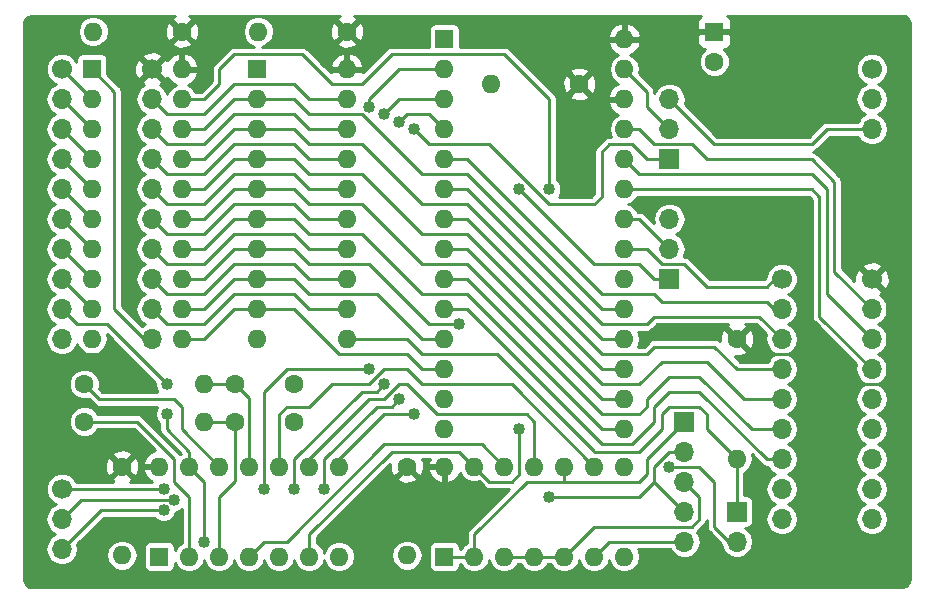
<source format=gbl>
G04 #@! TF.GenerationSoftware,KiCad,Pcbnew,5.0.2-bee76a0~70~ubuntu16.04.1*
G04 #@! TF.CreationDate,2019-07-25T13:08:08+01:00*
G04 #@! TF.ProjectId,AtomRamAndNoiseKiller,41746f6d-5261-46d4-916e-644e6f697365,rev?*
G04 #@! TF.SameCoordinates,PX8e4fe28PY93c3260*
G04 #@! TF.FileFunction,Copper,L2,Bot*
G04 #@! TF.FilePolarity,Positive*
%FSLAX46Y46*%
G04 Gerber Fmt 4.6, Leading zero omitted, Abs format (unit mm)*
G04 Created by KiCad (PCBNEW 5.0.2-bee76a0~70~ubuntu16.04.1) date Thu 25 Jul 2019 13:08:08 BST*
%MOMM*%
%LPD*%
G01*
G04 APERTURE LIST*
G04 #@! TA.AperFunction,ComponentPad*
%ADD10O,1.700000X1.700000*%
G04 #@! TD*
G04 #@! TA.AperFunction,ComponentPad*
%ADD11R,1.700000X1.700000*%
G04 #@! TD*
G04 #@! TA.AperFunction,ComponentPad*
%ADD12O,1.600000X1.600000*%
G04 #@! TD*
G04 #@! TA.AperFunction,ComponentPad*
%ADD13R,1.600000X1.600000*%
G04 #@! TD*
G04 #@! TA.AperFunction,ComponentPad*
%ADD14C,1.600000*%
G04 #@! TD*
G04 #@! TA.AperFunction,ComponentPad*
%ADD15C,1.700000*%
G04 #@! TD*
G04 #@! TA.AperFunction,ViaPad*
%ADD16C,1.016000*%
G04 #@! TD*
G04 #@! TA.AperFunction,Conductor*
%ADD17C,0.254000*%
G04 #@! TD*
G04 APERTURE END LIST*
D10*
G04 #@! TO.P,LK4,5*
G04 #@! TO.N,Net-(LK4-Pad5)*
X56515000Y4445000D03*
G04 #@! TO.P,LK4,4*
G04 #@! TO.N,Net-(LK4-Pad2)*
X56515000Y6985000D03*
G04 #@! TO.P,LK4,3*
G04 #@! TO.N,Net-(LK4-Pad3)*
X56515000Y9525000D03*
G04 #@! TO.P,LK4,2*
G04 #@! TO.N,Net-(LK4-Pad2)*
X56515000Y12065000D03*
D11*
G04 #@! TO.P,LK4,1*
G04 #@! TO.N,/NVDG*
X56515000Y14605000D03*
G04 #@! TD*
D12*
G04 #@! TO.P,U2,14*
G04 #@! TO.N,VCC*
X36195000Y10795000D03*
G04 #@! TO.P,U2,7*
G04 #@! TO.N,GND*
X51435000Y3175000D03*
G04 #@! TO.P,U2,13*
G04 #@! TO.N,Net-(LK2-Pad1)*
X38735000Y10795000D03*
G04 #@! TO.P,U2,6*
G04 #@! TO.N,Net-(LK4-Pad5)*
X48895000Y3175000D03*
G04 #@! TO.P,U2,12*
G04 #@! TO.N,Net-(U1-Pad4)*
X41275000Y10795000D03*
G04 #@! TO.P,U2,5*
G04 #@! TO.N,Net-(LK4-Pad3)*
X46355000Y3175000D03*
G04 #@! TO.P,U2,11*
G04 #@! TO.N,Net-(U1-Pad9)*
X43815000Y10795000D03*
G04 #@! TO.P,U2,4*
G04 #@! TO.N,Net-(LK4-Pad3)*
X43815000Y3175000D03*
G04 #@! TO.P,U2,10*
G04 #@! TO.N,/NVDG*
X46355000Y10795000D03*
G04 #@! TO.P,U2,3*
G04 #@! TO.N,Net-(LK4-Pad3)*
X41275000Y3175000D03*
G04 #@! TO.P,U2,9*
G04 #@! TO.N,Net-(U1-Pad10)*
X48895000Y10795000D03*
G04 #@! TO.P,U2,2*
G04 #@! TO.N,/NVDG*
X38735000Y3175000D03*
G04 #@! TO.P,U2,8*
G04 #@! TO.N,Net-(LK3-Pad2)*
X51435000Y10795000D03*
D13*
G04 #@! TO.P,U2,1*
G04 #@! TO.N,/NVDG*
X36195000Y3175000D03*
G04 #@! TD*
D10*
G04 #@! TO.P,LK3,2*
G04 #@! TO.N,Net-(LK3-Pad2)*
X60960000Y4445000D03*
D11*
G04 #@! TO.P,LK3,1*
G04 #@! TO.N,/LOAD*
X60960000Y6985000D03*
G04 #@! TD*
D10*
G04 #@! TO.P,LK2,3*
G04 #@! TO.N,GND*
X55245000Y31750000D03*
G04 #@! TO.P,LK2,2*
G04 #@! TO.N,/RAMNOE*
X55245000Y29210000D03*
D11*
G04 #@! TO.P,LK2,1*
G04 #@! TO.N,Net-(LK2-Pad1)*
X55245000Y26670000D03*
G04 #@! TD*
D10*
G04 #@! TO.P,LK1,3*
G04 #@! TO.N,/NWE*
X55245000Y41910000D03*
G04 #@! TO.P,LK1,2*
G04 #@! TO.N,/RAMNWE*
X55245000Y39370000D03*
D11*
G04 #@! TO.P,LK1,1*
G04 #@! TO.N,Net-(LK1-Pad1)*
X55245000Y36830000D03*
G04 #@! TD*
D12*
G04 #@! TO.P,C2,2*
G04 #@! TO.N,GND*
X33020000Y3295000D03*
D14*
G04 #@! TO.P,C2,1*
G04 #@! TO.N,VCC*
X33020000Y10795000D03*
G04 #@! TD*
D12*
G04 #@! TO.P,U1,14*
G04 #@! TO.N,VCC*
X12065000Y10795000D03*
G04 #@! TO.P,U1,7*
G04 #@! TO.N,GND*
X27305000Y3175000D03*
G04 #@! TO.P,U1,13*
G04 #@! TO.N,/NVDG*
X14605000Y10795000D03*
G04 #@! TO.P,U1,6*
G04 #@! TO.N,Net-(LK2-Pad1)*
X24765000Y3175000D03*
G04 #@! TO.P,U1,12*
G04 #@! TO.N,Net-(R1-Pad1)*
X17145000Y10795000D03*
G04 #@! TO.P,U1,5*
G04 #@! TO.N,/NWE*
X22225000Y3175000D03*
G04 #@! TO.P,U1,11*
G04 #@! TO.N,Net-(C7-Pad1)*
X19685000Y10795000D03*
G04 #@! TO.P,U1,4*
G04 #@! TO.N,Net-(U1-Pad4)*
X19685000Y3175000D03*
G04 #@! TO.P,U1,10*
G04 #@! TO.N,Net-(U1-Pad10)*
X22225000Y10795000D03*
G04 #@! TO.P,U1,3*
G04 #@! TO.N,Net-(C8-Pad1)*
X17145000Y3175000D03*
G04 #@! TO.P,U1,9*
G04 #@! TO.N,Net-(U1-Pad9)*
X24765000Y10795000D03*
G04 #@! TO.P,U1,2*
G04 #@! TO.N,Net-(R2-Pad1)*
X14605000Y3175000D03*
G04 #@! TO.P,U1,8*
G04 #@! TO.N,Net-(LK1-Pad1)*
X27305000Y10795000D03*
D13*
G04 #@! TO.P,U1,1*
G04 #@! TO.N,/NWE*
X12065000Y3175000D03*
G04 #@! TD*
D14*
G04 #@! TO.P,C8,2*
G04 #@! TO.N,GND*
X23495000Y14605000D03*
G04 #@! TO.P,C8,1*
G04 #@! TO.N,Net-(C8-Pad1)*
X18495000Y14605000D03*
G04 #@! TD*
D10*
G04 #@! TO.P,J3,3*
G04 #@! TO.N,/NWE*
X72390000Y39370000D03*
G04 #@! TO.P,J3,2*
G04 #@! TO.N,Net-(J3-Pad2)*
X72390000Y41910000D03*
D15*
G04 #@! TO.P,J3,1*
G04 #@! TO.N,Net-(J3-Pad1)*
X72390000Y44450000D03*
G04 #@! TD*
D12*
G04 #@! TO.P,C1,2*
G04 #@! TO.N,GND*
X8890000Y3295000D03*
D14*
G04 #@! TO.P,C1,1*
G04 #@! TO.N,VCC*
X8890000Y10795000D03*
G04 #@! TD*
D12*
G04 #@! TO.P,C3,2*
G04 #@! TO.N,GND*
X6470000Y47625000D03*
D14*
G04 #@! TO.P,C3,1*
G04 #@! TO.N,VCC*
X13970000Y47625000D03*
G04 #@! TD*
D12*
G04 #@! TO.P,C4,2*
G04 #@! TO.N,GND*
X20440000Y47625000D03*
D14*
G04 #@! TO.P,C4,1*
G04 #@! TO.N,VCC*
X27940000Y47625000D03*
G04 #@! TD*
D12*
G04 #@! TO.P,C5,2*
G04 #@! TO.N,GND*
X40125000Y43180000D03*
D14*
G04 #@! TO.P,C5,1*
G04 #@! TO.N,VCC*
X47625000Y43180000D03*
G04 #@! TD*
D12*
G04 #@! TO.P,U5,28*
G04 #@! TO.N,VCC*
X51435000Y46990000D03*
G04 #@! TO.P,U5,14*
G04 #@! TO.N,GND*
X36195000Y13970000D03*
G04 #@! TO.P,U5,27*
G04 #@! TO.N,/RAMNWE*
X51435000Y44450000D03*
G04 #@! TO.P,U5,13*
G04 #@! TO.N,/RD5*
X36195000Y16510000D03*
G04 #@! TO.P,U5,26*
G04 #@! TO.N,VCC*
X51435000Y41910000D03*
G04 #@! TO.P,U5,12*
G04 #@! TO.N,/RD7*
X36195000Y19050000D03*
G04 #@! TO.P,U5,25*
G04 #@! TO.N,/A7*
X51435000Y39370000D03*
G04 #@! TO.P,U5,11*
G04 #@! TO.N,/RD6*
X36195000Y21590000D03*
G04 #@! TO.P,U5,24*
G04 #@! TO.N,/A8*
X51435000Y36830000D03*
G04 #@! TO.P,U5,10*
G04 #@! TO.N,/A2*
X36195000Y24130000D03*
G04 #@! TO.P,U5,23*
G04 #@! TO.N,/A9*
X51435000Y34290000D03*
G04 #@! TO.P,U5,9*
G04 #@! TO.N,/A1*
X36195000Y26670000D03*
G04 #@! TO.P,U5,22*
G04 #@! TO.N,/RAMNOE*
X51435000Y31750000D03*
G04 #@! TO.P,U5,8*
G04 #@! TO.N,/A0*
X36195000Y29210000D03*
G04 #@! TO.P,U5,21*
G04 #@! TO.N,/A6*
X51435000Y29210000D03*
G04 #@! TO.P,U5,7*
G04 #@! TO.N,/A3*
X36195000Y31750000D03*
G04 #@! TO.P,U5,20*
G04 #@! TO.N,GND*
X51435000Y26670000D03*
G04 #@! TO.P,U5,6*
G04 #@! TO.N,/A4*
X36195000Y34290000D03*
G04 #@! TO.P,U5,19*
G04 #@! TO.N,/RD0*
X51435000Y24130000D03*
G04 #@! TO.P,U5,5*
G04 #@! TO.N,/A5*
X36195000Y36830000D03*
G04 #@! TO.P,U5,18*
G04 #@! TO.N,/RD1*
X51435000Y21590000D03*
G04 #@! TO.P,U5,4*
G04 #@! TO.N,/A12*
X36195000Y39370000D03*
G04 #@! TO.P,U5,17*
G04 #@! TO.N,/RD2*
X51435000Y19050000D03*
G04 #@! TO.P,U5,3*
G04 #@! TO.N,/A11*
X36195000Y41910000D03*
G04 #@! TO.P,U5,16*
G04 #@! TO.N,/RD3*
X51435000Y16510000D03*
G04 #@! TO.P,U5,2*
G04 #@! TO.N,/A10*
X36195000Y44450000D03*
G04 #@! TO.P,U5,15*
G04 #@! TO.N,/RD4*
X51435000Y13970000D03*
D13*
G04 #@! TO.P,U5,1*
G04 #@! TO.N,GND*
X36195000Y46990000D03*
G04 #@! TD*
D10*
G04 #@! TO.P,J1,10*
G04 #@! TO.N,/NDRS*
X11430000Y21590000D03*
G04 #@! TO.P,J1,9*
G04 #@! TO.N,/VD7*
X11430000Y24130000D03*
G04 #@! TO.P,J1,8*
G04 #@! TO.N,/VD6*
X11430000Y26670000D03*
G04 #@! TO.P,J1,7*
G04 #@! TO.N,/VD5*
X11430000Y29210000D03*
G04 #@! TO.P,J1,6*
G04 #@! TO.N,/VD4*
X11430000Y31750000D03*
G04 #@! TO.P,J1,5*
G04 #@! TO.N,/VD3*
X11430000Y34290000D03*
G04 #@! TO.P,J1,4*
G04 #@! TO.N,/VD2*
X11430000Y36830000D03*
G04 #@! TO.P,J1,3*
G04 #@! TO.N,/VD1*
X11430000Y39370000D03*
G04 #@! TO.P,J1,2*
G04 #@! TO.N,/VD0*
X11430000Y41910000D03*
D15*
G04 #@! TO.P,J1,1*
G04 #@! TO.N,VCC*
X11430000Y44450000D03*
G04 #@! TD*
D10*
G04 #@! TO.P,J6,3*
G04 #@! TO.N,/A12*
X3810000Y3810000D03*
G04 #@! TO.P,J6,2*
G04 #@! TO.N,/A11*
X3810000Y6350000D03*
D15*
G04 #@! TO.P,J6,1*
G04 #@! TO.N,/A10*
X3810000Y8890000D03*
G04 #@! TD*
D10*
G04 #@! TO.P,J4,9*
G04 #@! TO.N,GND*
X64770000Y6350000D03*
G04 #@! TO.P,J4,8*
G04 #@! TO.N,Net-(J4-Pad8)*
X64770000Y8890000D03*
G04 #@! TO.P,J4,7*
G04 #@! TO.N,/A2*
X64770000Y11430000D03*
G04 #@! TO.P,J4,6*
G04 #@! TO.N,/A1*
X64770000Y13970000D03*
G04 #@! TO.P,J4,5*
G04 #@! TO.N,/A0*
X64770000Y16510000D03*
G04 #@! TO.P,J4,4*
G04 #@! TO.N,/A3*
X64770000Y19050000D03*
G04 #@! TO.P,J4,3*
G04 #@! TO.N,/A4*
X64770000Y21590000D03*
G04 #@! TO.P,J4,2*
G04 #@! TO.N,/A5*
X64770000Y24130000D03*
D15*
G04 #@! TO.P,J4,1*
G04 #@! TO.N,/A6*
X64770000Y26670000D03*
G04 #@! TD*
D10*
G04 #@! TO.P,J5,9*
G04 #@! TO.N,Net-(J5-Pad9)*
X72390000Y6350000D03*
G04 #@! TO.P,J5,8*
G04 #@! TO.N,Net-(J5-Pad8)*
X72390000Y8890000D03*
G04 #@! TO.P,J5,7*
G04 #@! TO.N,Net-(J5-Pad7)*
X72390000Y11430000D03*
G04 #@! TO.P,J5,6*
G04 #@! TO.N,Net-(J5-Pad6)*
X72390000Y13970000D03*
G04 #@! TO.P,J5,5*
G04 #@! TO.N,Net-(J5-Pad5)*
X72390000Y16510000D03*
G04 #@! TO.P,J5,4*
G04 #@! TO.N,/A9*
X72390000Y19050000D03*
G04 #@! TO.P,J5,3*
G04 #@! TO.N,/A8*
X72390000Y21590000D03*
G04 #@! TO.P,J5,2*
G04 #@! TO.N,/A7*
X72390000Y24130000D03*
D15*
G04 #@! TO.P,J5,1*
G04 #@! TO.N,VCC*
X72390000Y26670000D03*
G04 #@! TD*
D10*
G04 #@! TO.P,J2,10*
G04 #@! TO.N,GND*
X3810000Y21590000D03*
G04 #@! TO.P,J2,9*
G04 #@! TO.N,/NVDG*
X3810000Y24130000D03*
G04 #@! TO.P,J2,8*
G04 #@! TO.N,/PD7*
X3810000Y26670000D03*
G04 #@! TO.P,J2,7*
G04 #@! TO.N,/PD6*
X3810000Y29210000D03*
G04 #@! TO.P,J2,6*
G04 #@! TO.N,/PD5*
X3810000Y31750000D03*
G04 #@! TO.P,J2,5*
G04 #@! TO.N,/PD4*
X3810000Y34290000D03*
G04 #@! TO.P,J2,4*
G04 #@! TO.N,/PD3*
X3810000Y36830000D03*
G04 #@! TO.P,J2,3*
G04 #@! TO.N,/PD2*
X3810000Y39370000D03*
G04 #@! TO.P,J2,2*
G04 #@! TO.N,/PD1*
X3810000Y41910000D03*
D15*
G04 #@! TO.P,J2,1*
G04 #@! TO.N,/PD0*
X3810000Y44450000D03*
G04 #@! TD*
D14*
G04 #@! TO.P,C6,2*
G04 #@! TO.N,GND*
X59055000Y45085000D03*
D13*
G04 #@! TO.P,C6,1*
G04 #@! TO.N,VCC*
X59055000Y47585000D03*
G04 #@! TD*
D14*
G04 #@! TO.P,C7,2*
G04 #@! TO.N,GND*
X23495000Y17780000D03*
G04 #@! TO.P,C7,1*
G04 #@! TO.N,Net-(C7-Pad1)*
X18495000Y17780000D03*
G04 #@! TD*
D12*
G04 #@! TO.P,U3,20*
G04 #@! TO.N,VCC*
X13970000Y44450000D03*
G04 #@! TO.P,U3,10*
G04 #@! TO.N,GND*
X6350000Y21590000D03*
G04 #@! TO.P,U3,19*
G04 #@! TO.N,Net-(LK4-Pad2)*
X13970000Y41910000D03*
G04 #@! TO.P,U3,9*
G04 #@! TO.N,/PD7*
X6350000Y24130000D03*
G04 #@! TO.P,U3,18*
G04 #@! TO.N,/RD0*
X13970000Y39370000D03*
G04 #@! TO.P,U3,8*
G04 #@! TO.N,/PD6*
X6350000Y26670000D03*
G04 #@! TO.P,U3,17*
G04 #@! TO.N,/RD1*
X13970000Y36830000D03*
G04 #@! TO.P,U3,7*
G04 #@! TO.N,/PD5*
X6350000Y29210000D03*
G04 #@! TO.P,U3,16*
G04 #@! TO.N,/RD2*
X13970000Y34290000D03*
G04 #@! TO.P,U3,6*
G04 #@! TO.N,/PD4*
X6350000Y31750000D03*
G04 #@! TO.P,U3,15*
G04 #@! TO.N,/RD3*
X13970000Y31750000D03*
G04 #@! TO.P,U3,5*
G04 #@! TO.N,/PD3*
X6350000Y34290000D03*
G04 #@! TO.P,U3,14*
G04 #@! TO.N,/RD4*
X13970000Y29210000D03*
G04 #@! TO.P,U3,4*
G04 #@! TO.N,/PD2*
X6350000Y36830000D03*
G04 #@! TO.P,U3,13*
G04 #@! TO.N,/RD5*
X13970000Y26670000D03*
G04 #@! TO.P,U3,3*
G04 #@! TO.N,/PD1*
X6350000Y39370000D03*
G04 #@! TO.P,U3,12*
G04 #@! TO.N,/RD6*
X13970000Y24130000D03*
G04 #@! TO.P,U3,2*
G04 #@! TO.N,/PD0*
X6350000Y41910000D03*
G04 #@! TO.P,U3,11*
G04 #@! TO.N,/RD7*
X13970000Y21590000D03*
D13*
G04 #@! TO.P,U3,1*
G04 #@! TO.N,/NDRS*
X6350000Y44450000D03*
G04 #@! TD*
D12*
G04 #@! TO.P,U4,20*
G04 #@! TO.N,VCC*
X27940000Y44450000D03*
G04 #@! TO.P,U4,10*
G04 #@! TO.N,GND*
X20320000Y21590000D03*
G04 #@! TO.P,U4,19*
G04 #@! TO.N,/VD0*
X27940000Y41910000D03*
G04 #@! TO.P,U4,9*
G04 #@! TO.N,/RD7*
X20320000Y24130000D03*
G04 #@! TO.P,U4,18*
G04 #@! TO.N,/VD1*
X27940000Y39370000D03*
G04 #@! TO.P,U4,8*
G04 #@! TO.N,/RD6*
X20320000Y26670000D03*
G04 #@! TO.P,U4,17*
G04 #@! TO.N,/VD2*
X27940000Y36830000D03*
G04 #@! TO.P,U4,7*
G04 #@! TO.N,/RD5*
X20320000Y29210000D03*
G04 #@! TO.P,U4,16*
G04 #@! TO.N,/VD3*
X27940000Y34290000D03*
G04 #@! TO.P,U4,6*
G04 #@! TO.N,/RD4*
X20320000Y31750000D03*
G04 #@! TO.P,U4,15*
G04 #@! TO.N,/VD4*
X27940000Y31750000D03*
G04 #@! TO.P,U4,5*
G04 #@! TO.N,/RD3*
X20320000Y34290000D03*
G04 #@! TO.P,U4,14*
G04 #@! TO.N,/VD5*
X27940000Y29210000D03*
G04 #@! TO.P,U4,4*
G04 #@! TO.N,/RD2*
X20320000Y36830000D03*
G04 #@! TO.P,U4,13*
G04 #@! TO.N,/VD6*
X27940000Y26670000D03*
G04 #@! TO.P,U4,3*
G04 #@! TO.N,/RD1*
X20320000Y39370000D03*
G04 #@! TO.P,U4,12*
G04 #@! TO.N,/VD7*
X27940000Y24130000D03*
G04 #@! TO.P,U4,2*
G04 #@! TO.N,/RD0*
X20320000Y41910000D03*
G04 #@! TO.P,U4,11*
G04 #@! TO.N,/LOAD*
X27940000Y21590000D03*
D13*
G04 #@! TO.P,U4,1*
G04 #@! TO.N,GND*
X20320000Y44450000D03*
G04 #@! TD*
D12*
G04 #@! TO.P,R3,2*
G04 #@! TO.N,/LOAD*
X60960000Y11430000D03*
D14*
G04 #@! TO.P,R3,1*
G04 #@! TO.N,VCC*
X60960000Y21590000D03*
G04 #@! TD*
D12*
G04 #@! TO.P,R1,2*
G04 #@! TO.N,Net-(C7-Pad1)*
X15875000Y17780000D03*
D14*
G04 #@! TO.P,R1,1*
G04 #@! TO.N,Net-(R1-Pad1)*
X5715000Y17780000D03*
G04 #@! TD*
D12*
G04 #@! TO.P,R2,2*
G04 #@! TO.N,Net-(C8-Pad1)*
X15875000Y14605000D03*
D14*
G04 #@! TO.P,R2,1*
G04 #@! TO.N,Net-(R2-Pad1)*
X5715000Y14605000D03*
G04 #@! TD*
D16*
G04 #@! TO.N,/A12*
X12446000Y7112000D03*
X32385000Y40005000D03*
X32385000Y16510000D03*
X26035000Y8890000D03*
G04 #@! TO.N,/RD5*
X37465000Y22860000D03*
G04 #@! TO.N,/A10*
X12446000Y8890000D03*
X20955000Y8890000D03*
X29845000Y41275000D03*
X29845000Y19050000D03*
G04 #@! TO.N,/A11*
X13335000Y8001000D03*
X31115000Y40640000D03*
X31115000Y17780000D03*
X23495000Y8890000D03*
G04 #@! TO.N,/NVDG*
X12700000Y17780000D03*
X12700000Y15240000D03*
X15875000Y4445000D03*
G04 #@! TO.N,Net-(LK1-Pad1)*
X33655000Y39370000D03*
X33655000Y15240000D03*
G04 #@! TO.N,Net-(LK2-Pad1)*
X42545000Y34290000D03*
X42545000Y13970000D03*
G04 #@! TO.N,Net-(LK3-Pad2)*
X55245000Y10795000D03*
G04 #@! TO.N,Net-(LK4-Pad2)*
X45085000Y34290000D03*
X45085000Y8255000D03*
G04 #@! TD*
D17*
G04 #@! TO.N,VCC*
X73660000Y25400000D02*
X72390000Y26670000D01*
X73660000Y17780000D02*
X73660000Y25400000D01*
X62230000Y20320000D02*
X66040000Y20320000D01*
X60960000Y21590000D02*
X62230000Y20320000D01*
X66040000Y20320000D02*
X68580000Y17780000D01*
X68580000Y17780000D02*
X73660000Y17780000D01*
G04 #@! TO.N,/LOAD*
X60960000Y6985000D02*
X60960000Y11430000D01*
X33020000Y21590000D02*
X27940000Y21590000D01*
X34290000Y20320000D02*
X33020000Y21590000D01*
X40640000Y20320000D02*
X34290000Y20320000D01*
X48871244Y12088756D02*
X40640000Y20320000D01*
X55245000Y15875000D02*
X57785000Y15875000D01*
X48895000Y12065000D02*
X52705000Y12065000D01*
X52705000Y12065000D02*
X54610000Y13970000D01*
X54610000Y13970000D02*
X54610000Y15240000D01*
X54610000Y15240000D02*
X55245000Y15875000D01*
X60960000Y11430000D02*
X58420000Y13970000D01*
X58420000Y13970000D02*
X58420000Y15240000D01*
X57785000Y15875000D02*
X58420000Y15240000D01*
G04 #@! TO.N,/A12*
X7112000Y7112000D02*
X3810000Y3810000D01*
X12446000Y7112000D02*
X7112000Y7112000D01*
X33020000Y40640000D02*
X32385000Y40005000D01*
X34925000Y40640000D02*
X33020000Y40640000D01*
X36195000Y39370000D02*
X34925000Y40640000D01*
X31750000Y15875000D02*
X32385000Y16510000D01*
X30480000Y15875000D02*
X31750000Y15875000D01*
X26035000Y11430000D02*
X30480000Y15875000D01*
X26035000Y8890000D02*
X26035000Y11430000D01*
G04 #@! TO.N,/A7*
X67310000Y36830000D02*
X69215000Y34925000D01*
X52705000Y39370000D02*
X53975000Y38100000D01*
X69215000Y34925000D02*
X69215000Y27305000D01*
X51435000Y39370000D02*
X52705000Y39370000D01*
X53975000Y38100000D02*
X57150000Y38100000D01*
X69215000Y27305000D02*
X72390000Y24130000D01*
X58420000Y36830000D02*
X67310000Y36830000D01*
X57150000Y38100000D02*
X58420000Y36830000D01*
G04 #@! TO.N,/A6*
X63500000Y26035000D02*
X64135000Y26670000D01*
X51435000Y29210000D02*
X53340000Y29210000D01*
X53340000Y29210000D02*
X54610000Y27940000D01*
X64135000Y26670000D02*
X64770000Y26670000D01*
X54610000Y27940000D02*
X56515000Y27940000D01*
X58420000Y26035000D02*
X63500000Y26035000D01*
X56515000Y27940000D02*
X58420000Y26035000D01*
G04 #@! TO.N,/A5*
X38100000Y36830000D02*
X36195000Y36830000D01*
X64770000Y24130000D02*
X64135000Y24130000D01*
X49530000Y25400000D02*
X38100000Y36830000D01*
X53975000Y25400000D02*
X54610000Y24765000D01*
X53975000Y25400000D02*
X49530000Y25400000D01*
X54610000Y24765000D02*
X63500000Y24765000D01*
X64135000Y24130000D02*
X63500000Y24765000D01*
G04 #@! TO.N,/A4*
X38100000Y34290000D02*
X36195000Y34290000D01*
X49530000Y22860000D02*
X38100000Y34290000D01*
X62865000Y23495000D02*
X53975000Y23495000D01*
X64770000Y21590000D02*
X62865000Y23495000D01*
X53975000Y23495000D02*
X53340000Y22860000D01*
X53340000Y22860000D02*
X49530000Y22860000D01*
G04 #@! TO.N,/A3*
X49530000Y20320000D02*
X38100000Y31750000D01*
X64770000Y19050000D02*
X60960000Y19050000D01*
X38100000Y31750000D02*
X36195000Y31750000D01*
X53340000Y20320000D02*
X49530000Y20320000D01*
X59055000Y20955000D02*
X53975000Y20955000D01*
X60960000Y19050000D02*
X59055000Y20955000D01*
X53975000Y20955000D02*
X53340000Y20320000D01*
G04 #@! TO.N,/A2*
X63500000Y11430000D02*
X64770000Y11430000D01*
X57785000Y17145000D02*
X63500000Y11430000D01*
X55245000Y17145000D02*
X57785000Y17145000D01*
X53975000Y15875000D02*
X55245000Y17145000D01*
X53975000Y14605000D02*
X53975000Y15875000D01*
X36195000Y24130000D02*
X38100000Y24130000D01*
X38100000Y24130000D02*
X49530000Y12700000D01*
X49530000Y12700000D02*
X52070000Y12700000D01*
X52070000Y12700000D02*
X53975000Y14605000D01*
G04 #@! TO.N,/A1*
X38100000Y26670000D02*
X36195000Y26670000D01*
X49530000Y15240000D02*
X38100000Y26670000D01*
X52705000Y15240000D02*
X49530000Y15240000D01*
X53340000Y15875000D02*
X52705000Y15240000D01*
X64770000Y13970000D02*
X62230000Y13970000D01*
X62230000Y13970000D02*
X57785000Y18415000D01*
X57785000Y18415000D02*
X55245000Y18415000D01*
X53340000Y16510000D02*
X53340000Y15875000D01*
X55245000Y18415000D02*
X53340000Y16510000D01*
G04 #@! TO.N,/A0*
X38100000Y29210000D02*
X36195000Y29210000D01*
X49530000Y17780000D02*
X38100000Y29210000D01*
X52705000Y17780000D02*
X49530000Y17780000D01*
X64770000Y16510000D02*
X61595000Y16510000D01*
X61595000Y16510000D02*
X58420000Y19685000D01*
X58420000Y19685000D02*
X54610000Y19685000D01*
X54610000Y19685000D02*
X52705000Y17780000D01*
G04 #@! TO.N,/RD0*
X15875000Y39370000D02*
X18415000Y41910000D01*
X18415000Y41910000D02*
X20320000Y41910000D01*
X13970000Y39370000D02*
X15875000Y39370000D01*
X20320000Y41910000D02*
X23495000Y41910000D01*
X23495000Y41910000D02*
X24765000Y40640000D01*
X24765000Y40640000D02*
X29210000Y40640000D01*
X29210000Y40640000D02*
X34290000Y35560000D01*
X34290000Y35560000D02*
X38100000Y35560000D01*
X49530000Y24130000D02*
X51435000Y24130000D01*
X38100000Y35560000D02*
X49530000Y24130000D01*
G04 #@! TO.N,/RD1*
X13970000Y36830000D02*
X15875000Y36830000D01*
X18415000Y39370000D02*
X20320000Y39370000D01*
X15875000Y36830000D02*
X18415000Y39370000D01*
X49530000Y21590000D02*
X51435000Y21590000D01*
X34290000Y33020000D02*
X38100000Y33020000D01*
X20320000Y39370000D02*
X23495000Y39370000D01*
X23495000Y39370000D02*
X24765000Y38100000D01*
X24765000Y38100000D02*
X29210000Y38100000D01*
X38100000Y33020000D02*
X49530000Y21590000D01*
X29210000Y38100000D02*
X34290000Y33020000D01*
G04 #@! TO.N,/RD2*
X20320000Y36830000D02*
X18415000Y36830000D01*
X15875000Y34290000D02*
X13970000Y34290000D01*
X18415000Y36830000D02*
X15875000Y34290000D01*
X51435000Y19050000D02*
X49530000Y19050000D01*
X49530000Y19050000D02*
X38100000Y30480000D01*
X38100000Y30480000D02*
X34290000Y30480000D01*
X34290000Y30480000D02*
X29210000Y35560000D01*
X29210000Y35560000D02*
X24765000Y35560000D01*
X24765000Y35560000D02*
X23495000Y36830000D01*
X23495000Y36830000D02*
X20320000Y36830000D01*
G04 #@! TO.N,/RD3*
X20320000Y34290000D02*
X18415000Y34290000D01*
X18415000Y34290000D02*
X15875000Y31750000D01*
X15875000Y31750000D02*
X13970000Y31750000D01*
X51435000Y16510000D02*
X49530000Y16510000D01*
X49530000Y16510000D02*
X38100000Y27940000D01*
X38100000Y27940000D02*
X34290000Y27940000D01*
X34290000Y27940000D02*
X29210000Y33020000D01*
X29210000Y33020000D02*
X24765000Y33020000D01*
X24765000Y33020000D02*
X23495000Y34290000D01*
X23495000Y34290000D02*
X20320000Y34290000D01*
G04 #@! TO.N,/RD4*
X20320000Y31750000D02*
X18415000Y31750000D01*
X18415000Y31750000D02*
X15875000Y29210000D01*
X15875000Y29210000D02*
X13970000Y29210000D01*
X51435000Y13970000D02*
X49530000Y13970000D01*
X49530000Y13970000D02*
X38100000Y25400000D01*
X38100000Y25400000D02*
X34290000Y25400000D01*
X34290000Y25400000D02*
X29210000Y30480000D01*
X29210000Y30480000D02*
X24765000Y30480000D01*
X24765000Y30480000D02*
X23495000Y31750000D01*
X23495000Y31750000D02*
X20320000Y31750000D01*
G04 #@! TO.N,/RD5*
X20320000Y29210000D02*
X18415000Y29210000D01*
X18415000Y29210000D02*
X15875000Y26670000D01*
X15875000Y26670000D02*
X13970000Y26670000D01*
X20320000Y29210000D02*
X23495000Y29210000D01*
X34925000Y22860000D02*
X37465000Y22860000D01*
X23495000Y29210000D02*
X24765000Y27940000D01*
X24765000Y27940000D02*
X29845000Y27940000D01*
X29845000Y27940000D02*
X34925000Y22860000D01*
G04 #@! TO.N,/RD6*
X20320000Y26670000D02*
X18415000Y26670000D01*
X15875000Y24130000D02*
X13970000Y24130000D01*
X18415000Y26670000D02*
X15875000Y24130000D01*
X23495000Y26670000D02*
X20320000Y26670000D01*
X36195000Y21590000D02*
X34290000Y21590000D01*
X30480000Y25400000D02*
X24765000Y25400000D01*
X34290000Y21590000D02*
X30480000Y25400000D01*
X24765000Y25400000D02*
X23495000Y26670000D01*
G04 #@! TO.N,/RD7*
X20320000Y24130000D02*
X18415000Y24130000D01*
X18415000Y24130000D02*
X15875000Y21590000D01*
X15875000Y21590000D02*
X13970000Y21590000D01*
X34290000Y19050000D02*
X36195000Y19050000D01*
X20320000Y24130000D02*
X23495000Y24130000D01*
X23495000Y24130000D02*
X27305000Y20320000D01*
X27305000Y20320000D02*
X33020000Y20320000D01*
X33020000Y20320000D02*
X34290000Y19050000D01*
G04 #@! TO.N,/A10*
X12446000Y8890000D02*
X3810000Y8890000D01*
X29845000Y41275000D02*
X29845000Y41910000D01*
X29845000Y41910000D02*
X32385000Y44450000D01*
X32385000Y44450000D02*
X36195000Y44450000D01*
X22860000Y19050000D02*
X20955000Y17145000D01*
X29845000Y19050000D02*
X22860000Y19050000D01*
X20955000Y17145000D02*
X20955000Y8890000D01*
G04 #@! TO.N,/A11*
X5461000Y8001000D02*
X3810000Y6350000D01*
X13335000Y8001000D02*
X5461000Y8001000D01*
X32385000Y41910000D02*
X36195000Y41910000D01*
X31115000Y40640000D02*
X32385000Y41910000D01*
X30480000Y17145000D02*
X31115000Y17780000D01*
X29210000Y17145000D02*
X30480000Y17145000D01*
X23495000Y11430000D02*
X29210000Y17145000D01*
X23495000Y8890000D02*
X23495000Y11430000D01*
G04 #@! TO.N,/A9*
X67310000Y34290000D02*
X51435000Y34290000D01*
X67945000Y33655000D02*
X67310000Y34290000D01*
X67945000Y23495000D02*
X67945000Y33655000D01*
X72390000Y19050000D02*
X67945000Y23495000D01*
G04 #@! TO.N,/A8*
X68580000Y25400000D02*
X72390000Y21590000D01*
X51435000Y36830000D02*
X52705000Y35560000D01*
X52705000Y35560000D02*
X67310000Y35560000D01*
X67310000Y35560000D02*
X68580000Y34290000D01*
X68580000Y34290000D02*
X68580000Y25400000D01*
G04 #@! TO.N,/NWE*
X55245000Y41910000D02*
X59055000Y38100000D01*
X67310000Y38100000D02*
X68580000Y39370000D01*
X59055000Y38100000D02*
X67310000Y38100000D01*
X68580000Y39370000D02*
X72390000Y39370000D01*
G04 #@! TO.N,/VD7*
X27940000Y24130000D02*
X24765000Y24130000D01*
X24765000Y24130000D02*
X23495000Y25400000D01*
X23495000Y25400000D02*
X18415000Y25400000D01*
X18415000Y25400000D02*
X15875000Y22860000D01*
X15875000Y22860000D02*
X12700000Y22860000D01*
X12700000Y22860000D02*
X11430000Y24130000D01*
G04 #@! TO.N,/VD6*
X11430000Y26670000D02*
X12065000Y26670000D01*
X11430000Y26670000D02*
X12700000Y25400000D01*
X12700000Y25400000D02*
X15875000Y25400000D01*
X15875000Y25400000D02*
X18415000Y27940000D01*
X18415000Y27940000D02*
X23495000Y27940000D01*
X23495000Y27940000D02*
X24765000Y26670000D01*
X24765000Y26670000D02*
X27940000Y26670000D01*
G04 #@! TO.N,/VD5*
X27940000Y29210000D02*
X24765000Y29210000D01*
X24765000Y29210000D02*
X23495000Y30480000D01*
X23495000Y30480000D02*
X18415000Y30480000D01*
X18415000Y30480000D02*
X15875000Y27940000D01*
X15875000Y27940000D02*
X12700000Y27940000D01*
X12700000Y27940000D02*
X11430000Y29210000D01*
G04 #@! TO.N,/VD4*
X11430000Y31750000D02*
X12700000Y30480000D01*
X12700000Y30480000D02*
X15875000Y30480000D01*
X15875000Y30480000D02*
X18415000Y33020000D01*
X18415000Y33020000D02*
X23495000Y33020000D01*
X23495000Y33020000D02*
X24765000Y31750000D01*
X24765000Y31750000D02*
X27940000Y31750000D01*
G04 #@! TO.N,/VD3*
X24765000Y34290000D02*
X27940000Y34290000D01*
X23495000Y35560000D02*
X24765000Y34290000D01*
X11430000Y34290000D02*
X12700000Y33020000D01*
X15875000Y33020000D02*
X18415000Y35560000D01*
X12700000Y33020000D02*
X15875000Y33020000D01*
X18415000Y35560000D02*
X23495000Y35560000D01*
G04 #@! TO.N,/VD2*
X11430000Y36830000D02*
X12700000Y35560000D01*
X12700000Y35560000D02*
X15875000Y35560000D01*
X15875000Y35560000D02*
X18415000Y38100000D01*
X18415000Y38100000D02*
X23495000Y38100000D01*
X23495000Y38100000D02*
X24765000Y36830000D01*
X24765000Y36830000D02*
X27940000Y36830000D01*
G04 #@! TO.N,/VD1*
X12700000Y38100000D02*
X11430000Y39370000D01*
X15875000Y38100000D02*
X12700000Y38100000D01*
X27940000Y39370000D02*
X24765000Y39370000D01*
X24765000Y39370000D02*
X23495000Y40640000D01*
X23495000Y40640000D02*
X18415000Y40640000D01*
X18415000Y40640000D02*
X15875000Y38100000D01*
G04 #@! TO.N,/VD0*
X27940000Y41910000D02*
X24765000Y41910000D01*
X24765000Y41910000D02*
X23495000Y43180000D01*
X23495000Y43180000D02*
X18415000Y43180000D01*
X18415000Y43180000D02*
X15875000Y40640000D01*
X15875000Y40640000D02*
X12700000Y40640000D01*
X12700000Y40640000D02*
X11430000Y41910000D01*
G04 #@! TO.N,/NVDG*
X12700000Y17780000D02*
X7620000Y22860000D01*
X14605000Y12065000D02*
X14605000Y10795000D01*
X12700000Y13970000D02*
X14605000Y12065000D01*
X12700000Y15240000D02*
X12700000Y13970000D01*
X36195000Y3175000D02*
X38735000Y3175000D01*
X15875000Y9525000D02*
X15875000Y4445000D01*
X14605000Y10795000D02*
X15875000Y9525000D01*
X38735000Y5080000D02*
X38735000Y3175000D01*
X43180000Y9525000D02*
X38735000Y5080000D01*
X56515000Y14605000D02*
X53340000Y11430000D01*
X53340000Y11430000D02*
X53340000Y10160000D01*
X53340000Y10160000D02*
X52705000Y9525000D01*
X46355000Y10795000D02*
X46355000Y9525000D01*
X46355000Y9525000D02*
X43180000Y9525000D01*
X52705000Y9525000D02*
X46355000Y9525000D01*
X3810000Y24130000D02*
X5080000Y22860000D01*
X5080000Y22860000D02*
X7620000Y22860000D01*
G04 #@! TO.N,/PD7*
X3810000Y26670000D02*
X6350000Y24130000D01*
G04 #@! TO.N,/PD6*
X3810000Y29210000D02*
X6350000Y26670000D01*
G04 #@! TO.N,/PD5*
X3810000Y31750000D02*
X6350000Y29210000D01*
G04 #@! TO.N,/PD4*
X3810000Y34290000D02*
X6350000Y31750000D01*
G04 #@! TO.N,/PD3*
X3810000Y36830000D02*
X6350000Y34290000D01*
G04 #@! TO.N,/PD2*
X3810000Y39370000D02*
X6350000Y36830000D01*
G04 #@! TO.N,/PD1*
X3810000Y41910000D02*
X6350000Y39370000D01*
G04 #@! TO.N,/PD0*
X3810000Y44450000D02*
X6350000Y41910000D01*
G04 #@! TO.N,/NDRS*
X8255000Y42545000D02*
X6350000Y44450000D01*
X8255000Y24130000D02*
X8255000Y42545000D01*
X10795000Y21590000D02*
X8255000Y24130000D01*
X11430000Y21590000D02*
X10795000Y21590000D01*
G04 #@! TO.N,Net-(U1-Pad4)*
X41275000Y10795000D02*
X39370000Y12700000D01*
X39370000Y12700000D02*
X31115000Y12700000D01*
X31115000Y12700000D02*
X22860000Y4445000D01*
X20955000Y4445000D02*
X19685000Y3175000D01*
X22860000Y4445000D02*
X20955000Y4445000D01*
G04 #@! TO.N,Net-(C7-Pad1)*
X15875000Y17780000D02*
X18495000Y17780000D01*
X19685000Y16590000D02*
X19685000Y10795000D01*
X18495000Y17780000D02*
X19685000Y16590000D01*
X15955000Y17780000D02*
X18495000Y17780000D01*
G04 #@! TO.N,Net-(C8-Pad1)*
X15875000Y14605000D02*
X18495000Y14605000D01*
X18495000Y14605000D02*
X18495000Y9605000D01*
X18495000Y9605000D02*
X17145000Y8255000D01*
X17145000Y8255000D02*
X17145000Y3175000D01*
G04 #@! TO.N,Net-(R1-Pad1)*
X6985000Y16510000D02*
X5715000Y17780000D01*
X17145000Y10795000D02*
X13970000Y13970000D01*
X13970000Y13970000D02*
X13970000Y15875000D01*
X13970000Y15875000D02*
X13335000Y16510000D01*
X13335000Y16510000D02*
X6985000Y16510000D01*
G04 #@! TO.N,/RAMNWE*
X53340000Y41275000D02*
X55245000Y39370000D01*
X53340000Y42545000D02*
X53340000Y41275000D01*
X51435000Y44450000D02*
X53340000Y42545000D01*
G04 #@! TO.N,/RAMNOE*
X52705000Y31750000D02*
X51435000Y31750000D01*
X55245000Y29210000D02*
X52705000Y31750000D01*
G04 #@! TO.N,Net-(U1-Pad10)*
X22225000Y10795000D02*
X22225000Y11430000D01*
X41910000Y17780000D02*
X48895000Y10795000D01*
X34290000Y17780000D02*
X41910000Y17780000D01*
X33020000Y19050000D02*
X34290000Y17780000D01*
X31115000Y19050000D02*
X33020000Y19050000D01*
X29845000Y17780000D02*
X31115000Y19050000D01*
X26670000Y17780000D02*
X29845000Y17780000D01*
X22225000Y10795000D02*
X22225000Y15240000D01*
X22225000Y15240000D02*
X22860000Y15875000D01*
X22860000Y15875000D02*
X24765000Y15875000D01*
X24765000Y15875000D02*
X26670000Y17780000D01*
G04 #@! TO.N,Net-(R2-Pad1)*
X13335000Y11430000D02*
X10160000Y14605000D01*
X14605000Y8255000D02*
X13335000Y9525000D01*
X10160000Y14605000D02*
X5715000Y14605000D01*
X13335000Y9525000D02*
X13335000Y11430000D01*
X14605000Y3175000D02*
X14605000Y8255000D01*
G04 #@! TO.N,Net-(LK1-Pad1)*
X27305000Y11430000D02*
X27305000Y10795000D01*
X31115000Y15240000D02*
X27305000Y11430000D01*
X33655000Y15240000D02*
X31115000Y15240000D01*
X50165000Y38100000D02*
X52070000Y38100000D01*
X49530000Y37465000D02*
X50165000Y38100000D01*
X49530000Y33655000D02*
X49530000Y37465000D01*
X48895000Y33020000D02*
X49530000Y33655000D01*
X33655000Y39370000D02*
X34925000Y38100000D01*
X34925000Y38100000D02*
X40005000Y38100000D01*
X40005000Y38100000D02*
X45085000Y33020000D01*
X53340000Y36830000D02*
X55245000Y36830000D01*
X52070000Y38100000D02*
X53340000Y36830000D01*
X45085000Y33020000D02*
X48895000Y33020000D01*
G04 #@! TO.N,Net-(LK2-Pad1)*
X55245000Y26670000D02*
X53975000Y26670000D01*
X48895000Y27940000D02*
X42545000Y34290000D01*
X53975000Y26670000D02*
X52705000Y27940000D01*
X52705000Y27940000D02*
X48895000Y27940000D01*
X31750000Y12065000D02*
X37465000Y12065000D01*
X24765000Y5080000D02*
X31750000Y12065000D01*
X37465000Y12065000D02*
X38735000Y10795000D01*
X24765000Y3175000D02*
X24765000Y5080000D01*
X40005000Y9525000D02*
X38735000Y10795000D01*
X41910000Y9525000D02*
X40005000Y9525000D01*
X42545000Y13970000D02*
X42545000Y10160000D01*
X42545000Y10160000D02*
X41910000Y9525000D01*
G04 #@! TO.N,Net-(LK3-Pad2)*
X57785000Y10795000D02*
X59055000Y9525000D01*
X55245000Y10795000D02*
X57785000Y10795000D01*
X59055000Y5715000D02*
X60325000Y4445000D01*
X59055000Y9525000D02*
X59055000Y5715000D01*
X60325000Y4445000D02*
X60960000Y4445000D01*
G04 #@! TO.N,Net-(U1-Pad9)*
X43815000Y14605000D02*
X43815000Y10795000D01*
X43180000Y15240000D02*
X43815000Y14605000D01*
X35560000Y15240000D02*
X43180000Y15240000D01*
X33020000Y17780000D02*
X35560000Y15240000D01*
X32385000Y17780000D02*
X33020000Y17780000D01*
X24765000Y10795000D02*
X24765000Y11430000D01*
X31115000Y16510000D02*
X32385000Y17780000D01*
X24765000Y11430000D02*
X29845000Y16510000D01*
X29845000Y16510000D02*
X31115000Y16510000D01*
G04 #@! TO.N,Net-(LK4-Pad2)*
X24130000Y45720000D02*
X18415000Y45720000D01*
X45085000Y41910000D02*
X41275000Y45720000D01*
X15875000Y41910000D02*
X13970000Y41910000D01*
X26670000Y43180000D02*
X24130000Y45720000D01*
X17145000Y44450000D02*
X17145000Y43180000D01*
X17145000Y43180000D02*
X15875000Y41910000D01*
X31750000Y45720000D02*
X29210000Y43180000D01*
X41275000Y45720000D02*
X31750000Y45720000D01*
X18415000Y45720000D02*
X17145000Y44450000D01*
X29210000Y43180000D02*
X26670000Y43180000D01*
X45085000Y34290000D02*
X45085000Y41910000D01*
X56515000Y12065000D02*
X55880000Y12065000D01*
X53975000Y10795000D02*
X53975000Y9525000D01*
X55245000Y12065000D02*
X53975000Y10795000D01*
X53975000Y9525000D02*
X56515000Y6985000D01*
X56515000Y12065000D02*
X55245000Y12065000D01*
X52705000Y8255000D02*
X53975000Y9525000D01*
X45085000Y8255000D02*
X52705000Y8255000D01*
G04 #@! TO.N,Net-(LK4-Pad3)*
X41275000Y3175000D02*
X43815000Y3175000D01*
X43815000Y3175000D02*
X46355000Y3175000D01*
X56515000Y9525000D02*
X56515000Y8890000D01*
X48895000Y5715000D02*
X46355000Y3175000D01*
X57150000Y5715000D02*
X48895000Y5715000D01*
X56515000Y9525000D02*
X57785000Y8255000D01*
X57785000Y8255000D02*
X57785000Y6350000D01*
X57785000Y6350000D02*
X57150000Y5715000D01*
G04 #@! TO.N,Net-(LK4-Pad5)*
X50165000Y4445000D02*
X56515000Y4445000D01*
X50165000Y4445000D02*
X48895000Y3175000D01*
G04 #@! TD*
G04 #@! TO.N,VCC*
G36*
X13215995Y48878864D02*
X13141861Y48632745D01*
X13970000Y47804605D01*
X14798139Y48632745D01*
X14724005Y48878864D01*
X14534443Y48947000D01*
X27350490Y48947000D01*
X27185995Y48878864D01*
X27111861Y48632745D01*
X27940000Y47804605D01*
X28768139Y48632745D01*
X28694005Y48878864D01*
X28504443Y48947000D01*
X57952453Y48947000D01*
X57895301Y48923327D01*
X57716673Y48744698D01*
X57620000Y48511309D01*
X57620000Y47870750D01*
X57778750Y47712000D01*
X58928000Y47712000D01*
X58928000Y47732000D01*
X59182000Y47732000D01*
X59182000Y47712000D01*
X60331250Y47712000D01*
X60490000Y47870750D01*
X60490000Y48511309D01*
X60393327Y48744698D01*
X60214699Y48923327D01*
X60157547Y48947000D01*
X74878995Y48947000D01*
X75161892Y48897118D01*
X75365813Y48779383D01*
X75517170Y48599004D01*
X75606613Y48353260D01*
X75617000Y48234541D01*
X75617001Y1321012D01*
X75567118Y1038108D01*
X75449383Y834187D01*
X75269004Y682830D01*
X75023260Y593387D01*
X74904541Y583000D01*
X1321006Y583000D01*
X1038108Y632882D01*
X834187Y750617D01*
X682830Y930996D01*
X593387Y1176740D01*
X583000Y1295459D01*
X583000Y11011777D01*
X7443035Y11011777D01*
X7470222Y10441546D01*
X7636136Y10040995D01*
X7882255Y9966861D01*
X8710395Y10795000D01*
X9069605Y10795000D01*
X9897745Y9966861D01*
X10143864Y10040995D01*
X10336965Y10578223D01*
X10309778Y11148454D01*
X10143864Y11549005D01*
X9897745Y11623139D01*
X9069605Y10795000D01*
X8710395Y10795000D01*
X7882255Y11623139D01*
X7636136Y11549005D01*
X7443035Y11011777D01*
X583000Y11011777D01*
X583000Y11802745D01*
X8061861Y11802745D01*
X8890000Y10974605D01*
X9718139Y11802745D01*
X9644005Y12048864D01*
X9106777Y12241965D01*
X8536546Y12214778D01*
X8135995Y12048864D01*
X8061861Y11802745D01*
X583000Y11802745D01*
X583000Y41910000D01*
X2425396Y41910000D01*
X2530793Y41380135D01*
X2830937Y40930937D01*
X3266356Y40640000D01*
X2830937Y40349063D01*
X2530793Y39899865D01*
X2425396Y39370000D01*
X2530793Y38840135D01*
X2830937Y38390937D01*
X3266356Y38100000D01*
X2830937Y37809063D01*
X2530793Y37359865D01*
X2425396Y36830000D01*
X2530793Y36300135D01*
X2830937Y35850937D01*
X3266356Y35560000D01*
X2830937Y35269063D01*
X2530793Y34819865D01*
X2425396Y34290000D01*
X2530793Y33760135D01*
X2830937Y33310937D01*
X3266356Y33020000D01*
X2830937Y32729063D01*
X2530793Y32279865D01*
X2425396Y31750000D01*
X2530793Y31220135D01*
X2830937Y30770937D01*
X3266356Y30480000D01*
X2830937Y30189063D01*
X2530793Y29739865D01*
X2425396Y29210000D01*
X2530793Y28680135D01*
X2830937Y28230937D01*
X3266356Y27940000D01*
X2830937Y27649063D01*
X2530793Y27199865D01*
X2425396Y26670000D01*
X2530793Y26140135D01*
X2830937Y25690937D01*
X3266356Y25400000D01*
X2830937Y25109063D01*
X2530793Y24659865D01*
X2425396Y24130000D01*
X2530793Y23600135D01*
X2830937Y23150937D01*
X3266356Y22860000D01*
X2830937Y22569063D01*
X2530793Y22119865D01*
X2425396Y21590000D01*
X2530793Y21060135D01*
X2830937Y20610937D01*
X3280135Y20310793D01*
X3676253Y20232000D01*
X3943747Y20232000D01*
X4339865Y20310793D01*
X4789063Y20610937D01*
X5089207Y21060135D01*
X5105489Y21141992D01*
X5117891Y21079644D01*
X5406985Y20646985D01*
X5839644Y20357891D01*
X6221174Y20282000D01*
X6478826Y20282000D01*
X6860356Y20357891D01*
X7293015Y20646985D01*
X7582109Y21079644D01*
X7683625Y21590000D01*
X7607061Y21974915D01*
X11684000Y17897974D01*
X11684000Y17577905D01*
X11838676Y17204482D01*
X11898158Y17145000D01*
X7248025Y17145000D01*
X6979125Y17413900D01*
X7023000Y17519823D01*
X7023000Y18040177D01*
X6823869Y18520922D01*
X6455922Y18888869D01*
X5975177Y19088000D01*
X5454823Y19088000D01*
X4974078Y18888869D01*
X4606131Y18520922D01*
X4407000Y18040177D01*
X4407000Y17519823D01*
X4606131Y17039078D01*
X4974078Y16671131D01*
X5454823Y16472000D01*
X5975177Y16472000D01*
X6081100Y16515875D01*
X6491764Y16105212D01*
X6527191Y16052191D01*
X6737235Y15911843D01*
X6922459Y15875000D01*
X6922462Y15875000D01*
X6984999Y15862561D01*
X7047536Y15875000D01*
X11898158Y15875000D01*
X11838676Y15815518D01*
X11684000Y15442095D01*
X11684000Y15037905D01*
X11838676Y14664482D01*
X12065001Y14438157D01*
X12065001Y14032541D01*
X12052561Y13970000D01*
X12101843Y13722236D01*
X12101844Y13722235D01*
X12242192Y13512191D01*
X12295212Y13476764D01*
X13884967Y11887007D01*
X13821625Y11844683D01*
X13792809Y11887809D01*
X13739789Y11923236D01*
X10653238Y15009786D01*
X10617809Y15062809D01*
X10407765Y15203157D01*
X10222541Y15240000D01*
X10222537Y15240000D01*
X10160000Y15252439D01*
X10097463Y15240000D01*
X6867743Y15240000D01*
X6823869Y15345922D01*
X6455922Y15713869D01*
X5975177Y15913000D01*
X5454823Y15913000D01*
X4974078Y15713869D01*
X4606131Y15345922D01*
X4407000Y14865177D01*
X4407000Y14344823D01*
X4606131Y13864078D01*
X4974078Y13496131D01*
X5454823Y13297000D01*
X5975177Y13297000D01*
X6455922Y13496131D01*
X6823869Y13864078D01*
X6867743Y13970000D01*
X9896976Y13970000D01*
X11690583Y12176393D01*
X11327577Y12026041D01*
X10912611Y11650134D01*
X10673086Y11144041D01*
X10794371Y10922000D01*
X11938000Y10922000D01*
X11938000Y10942000D01*
X12192000Y10942000D01*
X12192000Y10922000D01*
X12212000Y10922000D01*
X12212000Y10668000D01*
X12192000Y10668000D01*
X12192000Y10648000D01*
X11938000Y10648000D01*
X11938000Y10668000D01*
X10794371Y10668000D01*
X10673086Y10445959D01*
X10912611Y9939866D01*
X11327577Y9563959D01*
X11421639Y9525000D01*
X9605049Y9525000D01*
X9644005Y9541136D01*
X9718139Y9787255D01*
X8890000Y10615395D01*
X8061861Y9787255D01*
X8135995Y9541136D01*
X8180887Y9525000D01*
X5016863Y9525000D01*
X4961257Y9659245D01*
X4579245Y10041257D01*
X4080123Y10248000D01*
X3539877Y10248000D01*
X3040755Y10041257D01*
X2658743Y9659245D01*
X2452000Y9160123D01*
X2452000Y8619877D01*
X2658743Y8120755D01*
X3040755Y7738743D01*
X3297067Y7632575D01*
X3280135Y7629207D01*
X2830937Y7329063D01*
X2530793Y6879865D01*
X2425396Y6350000D01*
X2530793Y5820135D01*
X2830937Y5370937D01*
X3266356Y5080000D01*
X2830937Y4789063D01*
X2530793Y4339865D01*
X2425396Y3810000D01*
X2530793Y3280135D01*
X2830937Y2830937D01*
X3280135Y2530793D01*
X3676253Y2452000D01*
X3943747Y2452000D01*
X4339865Y2530793D01*
X4789063Y2830937D01*
X5089207Y3280135D01*
X5092163Y3295000D01*
X7556375Y3295000D01*
X7657891Y2784644D01*
X7946985Y2351985D01*
X8379644Y2062891D01*
X8761174Y1987000D01*
X9018826Y1987000D01*
X9400356Y2062891D01*
X9833015Y2351985D01*
X10122109Y2784644D01*
X10223625Y3295000D01*
X10122109Y3805356D01*
X9833015Y4238015D01*
X9400356Y4527109D01*
X9018826Y4603000D01*
X8761174Y4603000D01*
X8379644Y4527109D01*
X7946985Y4238015D01*
X7657891Y3805356D01*
X7556375Y3295000D01*
X5092163Y3295000D01*
X5194604Y3810000D01*
X5113875Y4215851D01*
X7375025Y6477000D01*
X11644158Y6477000D01*
X11870482Y6250676D01*
X12243905Y6096000D01*
X12648095Y6096000D01*
X13021518Y6250676D01*
X13307324Y6536482D01*
X13462000Y6909905D01*
X13462000Y6985000D01*
X13537095Y6985000D01*
X13910518Y7139676D01*
X13970001Y7199159D01*
X13970000Y4323825D01*
X13661985Y4118015D01*
X13382952Y3700413D01*
X13382952Y3975000D01*
X13343525Y4173212D01*
X13231247Y4341247D01*
X13063212Y4453525D01*
X12865000Y4492952D01*
X11265000Y4492952D01*
X11066788Y4453525D01*
X10898753Y4341247D01*
X10786475Y4173212D01*
X10747048Y3975000D01*
X10747048Y2375000D01*
X10786475Y2176788D01*
X10898753Y2008753D01*
X11066788Y1896475D01*
X11265000Y1857048D01*
X12865000Y1857048D01*
X13063212Y1896475D01*
X13231247Y2008753D01*
X13343525Y2176788D01*
X13382952Y2375000D01*
X13382952Y2649587D01*
X13661985Y2231985D01*
X14094644Y1942891D01*
X14476174Y1867000D01*
X14733826Y1867000D01*
X15115356Y1942891D01*
X15548015Y2231985D01*
X15837109Y2664644D01*
X15875000Y2855135D01*
X15912891Y2664644D01*
X16201985Y2231985D01*
X16634644Y1942891D01*
X17016174Y1867000D01*
X17273826Y1867000D01*
X17655356Y1942891D01*
X18088015Y2231985D01*
X18377109Y2664644D01*
X18415000Y2855135D01*
X18452891Y2664644D01*
X18741985Y2231985D01*
X19174644Y1942891D01*
X19556174Y1867000D01*
X19813826Y1867000D01*
X20195356Y1942891D01*
X20628015Y2231985D01*
X20917109Y2664644D01*
X20955000Y2855135D01*
X20992891Y2664644D01*
X21281985Y2231985D01*
X21714644Y1942891D01*
X22096174Y1867000D01*
X22353826Y1867000D01*
X22735356Y1942891D01*
X23168015Y2231985D01*
X23457109Y2664644D01*
X23495000Y2855135D01*
X23532891Y2664644D01*
X23821985Y2231985D01*
X24254644Y1942891D01*
X24636174Y1867000D01*
X24893826Y1867000D01*
X25275356Y1942891D01*
X25708015Y2231985D01*
X25997109Y2664644D01*
X26035000Y2855135D01*
X26072891Y2664644D01*
X26361985Y2231985D01*
X26794644Y1942891D01*
X27176174Y1867000D01*
X27433826Y1867000D01*
X27815356Y1942891D01*
X28248015Y2231985D01*
X28537109Y2664644D01*
X28638625Y3175000D01*
X28614756Y3295000D01*
X31686375Y3295000D01*
X31787891Y2784644D01*
X32076985Y2351985D01*
X32509644Y2062891D01*
X32891174Y1987000D01*
X33148826Y1987000D01*
X33530356Y2062891D01*
X33963015Y2351985D01*
X34252109Y2784644D01*
X34353625Y3295000D01*
X34252109Y3805356D01*
X33963015Y4238015D01*
X33530356Y4527109D01*
X33148826Y4603000D01*
X32891174Y4603000D01*
X32509644Y4527109D01*
X32076985Y4238015D01*
X31787891Y3805356D01*
X31686375Y3295000D01*
X28614756Y3295000D01*
X28537109Y3685356D01*
X28248015Y4118015D01*
X27815356Y4407109D01*
X27433826Y4483000D01*
X27176174Y4483000D01*
X26794644Y4407109D01*
X26361985Y4118015D01*
X26072891Y3685356D01*
X26035000Y3494865D01*
X25997109Y3685356D01*
X25708015Y4118015D01*
X25400000Y4323824D01*
X25400000Y4816976D01*
X30370280Y9787255D01*
X32191861Y9787255D01*
X32265995Y9541136D01*
X32803223Y9348035D01*
X33373454Y9375222D01*
X33774005Y9541136D01*
X33848139Y9787255D01*
X33020000Y10615395D01*
X32191861Y9787255D01*
X30370280Y9787255D01*
X31574026Y10991000D01*
X31600222Y10441546D01*
X31766136Y10040995D01*
X32012255Y9966861D01*
X32840395Y10795000D01*
X32826252Y10809142D01*
X33005858Y10988748D01*
X33020000Y10974605D01*
X33034142Y10988748D01*
X33213748Y10809142D01*
X33199605Y10795000D01*
X34027745Y9966861D01*
X34273864Y10040995D01*
X34419424Y10445959D01*
X34803086Y10445959D01*
X35042611Y9939866D01*
X35457577Y9563959D01*
X35845961Y9403096D01*
X36068000Y9525085D01*
X36068000Y10668000D01*
X34924371Y10668000D01*
X34803086Y10445959D01*
X34419424Y10445959D01*
X34466965Y10578223D01*
X34439778Y11148454D01*
X34323158Y11430000D01*
X34938425Y11430000D01*
X34803086Y11144041D01*
X34924371Y10922000D01*
X36068000Y10922000D01*
X36068000Y10942000D01*
X36322000Y10942000D01*
X36322000Y10922000D01*
X36342000Y10922000D01*
X36342000Y10668000D01*
X36322000Y10668000D01*
X36322000Y9525085D01*
X36544039Y9403096D01*
X36932423Y9563959D01*
X37347389Y9939866D01*
X37507384Y10277920D01*
X37791985Y9851985D01*
X38224644Y9562891D01*
X38606174Y9487000D01*
X38863826Y9487000D01*
X39098330Y9533646D01*
X39511764Y9120212D01*
X39547191Y9067191D01*
X39757235Y8926843D01*
X39942459Y8890000D01*
X39942462Y8890000D01*
X40004999Y8877561D01*
X40067536Y8890000D01*
X41646975Y8890000D01*
X38330214Y5573238D01*
X38277191Y5537809D01*
X38136843Y5327764D01*
X38100000Y5142540D01*
X38100000Y5142537D01*
X38087561Y5080000D01*
X38100000Y5017463D01*
X38100000Y4323825D01*
X37791985Y4118015D01*
X37586176Y3810000D01*
X37512952Y3810000D01*
X37512952Y3975000D01*
X37473525Y4173212D01*
X37361247Y4341247D01*
X37193212Y4453525D01*
X36995000Y4492952D01*
X35395000Y4492952D01*
X35196788Y4453525D01*
X35028753Y4341247D01*
X34916475Y4173212D01*
X34877048Y3975000D01*
X34877048Y2375000D01*
X34916475Y2176788D01*
X35028753Y2008753D01*
X35196788Y1896475D01*
X35395000Y1857048D01*
X36995000Y1857048D01*
X37193212Y1896475D01*
X37361247Y2008753D01*
X37473525Y2176788D01*
X37512952Y2375000D01*
X37512952Y2540000D01*
X37586176Y2540000D01*
X37791985Y2231985D01*
X38224644Y1942891D01*
X38606174Y1867000D01*
X38863826Y1867000D01*
X39245356Y1942891D01*
X39678015Y2231985D01*
X39967109Y2664644D01*
X40005000Y2855135D01*
X40042891Y2664644D01*
X40331985Y2231985D01*
X40764644Y1942891D01*
X41146174Y1867000D01*
X41403826Y1867000D01*
X41785356Y1942891D01*
X42218015Y2231985D01*
X42423824Y2540000D01*
X42666176Y2540000D01*
X42871985Y2231985D01*
X43304644Y1942891D01*
X43686174Y1867000D01*
X43943826Y1867000D01*
X44325356Y1942891D01*
X44758015Y2231985D01*
X44963824Y2540000D01*
X45206176Y2540000D01*
X45411985Y2231985D01*
X45844644Y1942891D01*
X46226174Y1867000D01*
X46483826Y1867000D01*
X46865356Y1942891D01*
X47298015Y2231985D01*
X47587109Y2664644D01*
X47625000Y2855135D01*
X47662891Y2664644D01*
X47951985Y2231985D01*
X48384644Y1942891D01*
X48766174Y1867000D01*
X49023826Y1867000D01*
X49405356Y1942891D01*
X49838015Y2231985D01*
X50127109Y2664644D01*
X50165000Y2855135D01*
X50202891Y2664644D01*
X50491985Y2231985D01*
X50924644Y1942891D01*
X51306174Y1867000D01*
X51563826Y1867000D01*
X51945356Y1942891D01*
X52378015Y2231985D01*
X52667109Y2664644D01*
X52768625Y3175000D01*
X52667109Y3685356D01*
X52583824Y3810000D01*
X55306042Y3810000D01*
X55535937Y3465937D01*
X55985135Y3165793D01*
X56381253Y3087000D01*
X56648747Y3087000D01*
X57044865Y3165793D01*
X57494063Y3465937D01*
X57794207Y3915135D01*
X57899604Y4445000D01*
X57794207Y4974865D01*
X57606256Y5256154D01*
X57607809Y5257191D01*
X57643238Y5310214D01*
X58189791Y5856765D01*
X58242809Y5892191D01*
X58278234Y5945208D01*
X58278236Y5945210D01*
X58383157Y6102235D01*
X58389674Y6135000D01*
X58420000Y6287459D01*
X58420000Y6287463D01*
X58420001Y6287467D01*
X58420001Y5777542D01*
X58407561Y5715000D01*
X58456843Y5467236D01*
X58456844Y5467235D01*
X58597192Y5257191D01*
X58650212Y5221764D01*
X59612249Y4259726D01*
X59680793Y3915135D01*
X59980937Y3465937D01*
X60430135Y3165793D01*
X60826253Y3087000D01*
X61093747Y3087000D01*
X61489865Y3165793D01*
X61939063Y3465937D01*
X62239207Y3915135D01*
X62344604Y4445000D01*
X62239207Y4974865D01*
X61939063Y5424063D01*
X61650240Y5617048D01*
X61810000Y5617048D01*
X62008212Y5656475D01*
X62176247Y5768753D01*
X62288525Y5936788D01*
X62327952Y6135000D01*
X62327952Y7835000D01*
X62288525Y8033212D01*
X62176247Y8201247D01*
X62008212Y8313525D01*
X61810000Y8352952D01*
X61595000Y8352952D01*
X61595000Y10281176D01*
X61903015Y10486985D01*
X62192109Y10919644D01*
X62293625Y11430000D01*
X62217061Y11814913D01*
X63006766Y11025208D01*
X63042191Y10972191D01*
X63095208Y10936766D01*
X63095210Y10936764D01*
X63252235Y10831843D01*
X63500000Y10782560D01*
X63561218Y10794737D01*
X63790937Y10450937D01*
X64226356Y10160000D01*
X63790937Y9869063D01*
X63490793Y9419865D01*
X63385396Y8890000D01*
X63490793Y8360135D01*
X63790937Y7910937D01*
X64226356Y7620000D01*
X63790937Y7329063D01*
X63490793Y6879865D01*
X63385396Y6350000D01*
X63490793Y5820135D01*
X63790937Y5370937D01*
X64240135Y5070793D01*
X64636253Y4992000D01*
X64903747Y4992000D01*
X65299865Y5070793D01*
X65749063Y5370937D01*
X66049207Y5820135D01*
X66154604Y6350000D01*
X66049207Y6879865D01*
X65749063Y7329063D01*
X65313644Y7620000D01*
X65749063Y7910937D01*
X66049207Y8360135D01*
X66154604Y8890000D01*
X66049207Y9419865D01*
X65749063Y9869063D01*
X65313644Y10160000D01*
X65749063Y10450937D01*
X66049207Y10900135D01*
X66154604Y11430000D01*
X66049207Y11959865D01*
X65749063Y12409063D01*
X65313644Y12700000D01*
X65749063Y12990937D01*
X66049207Y13440135D01*
X66154604Y13970000D01*
X66049207Y14499865D01*
X65749063Y14949063D01*
X65313644Y15240000D01*
X65749063Y15530937D01*
X66049207Y15980135D01*
X66154604Y16510000D01*
X66049207Y17039865D01*
X65749063Y17489063D01*
X65313644Y17780000D01*
X65749063Y18070937D01*
X66049207Y18520135D01*
X66154604Y19050000D01*
X66049207Y19579865D01*
X65749063Y20029063D01*
X65313644Y20320000D01*
X65749063Y20610937D01*
X66049207Y21060135D01*
X66154604Y21590000D01*
X66049207Y22119865D01*
X65749063Y22569063D01*
X65313644Y22860000D01*
X65749063Y23150937D01*
X66049207Y23600135D01*
X66154604Y24130000D01*
X66049207Y24659865D01*
X65749063Y25109063D01*
X65299865Y25409207D01*
X65282933Y25412575D01*
X65539245Y25518743D01*
X65921257Y25900755D01*
X66128000Y26399877D01*
X66128000Y26940123D01*
X65921257Y27439245D01*
X65539245Y27821257D01*
X65040123Y28028000D01*
X64499877Y28028000D01*
X64000755Y27821257D01*
X63618743Y27439245D01*
X63412000Y26940123D01*
X63412000Y26845025D01*
X63236975Y26670000D01*
X58683026Y26670000D01*
X57008238Y28344786D01*
X56972809Y28397809D01*
X56762765Y28538157D01*
X56577541Y28575000D01*
X56577537Y28575000D01*
X56515000Y28587439D01*
X56454187Y28575343D01*
X56524207Y28680135D01*
X56629604Y29210000D01*
X56524207Y29739865D01*
X56224063Y30189063D01*
X55788644Y30480000D01*
X56224063Y30770937D01*
X56524207Y31220135D01*
X56629604Y31750000D01*
X56524207Y32279865D01*
X56224063Y32729063D01*
X55774865Y33029207D01*
X55378747Y33108000D01*
X55111253Y33108000D01*
X54715135Y33029207D01*
X54265937Y32729063D01*
X53965793Y32279865D01*
X53860396Y31750000D01*
X53924302Y31428722D01*
X53198238Y32154786D01*
X53162809Y32207809D01*
X52952765Y32348157D01*
X52767541Y32385000D01*
X52767537Y32385000D01*
X52705000Y32397439D01*
X52642463Y32385000D01*
X52583824Y32385000D01*
X52378015Y32693015D01*
X51945356Y32982109D01*
X51754865Y33020000D01*
X51945356Y33057891D01*
X52378015Y33346985D01*
X52583824Y33655000D01*
X67046975Y33655000D01*
X67310001Y33391974D01*
X67310000Y23557537D01*
X67297561Y23495000D01*
X67310000Y23432463D01*
X67310000Y23432460D01*
X67346843Y23247236D01*
X67487191Y23037191D01*
X67540214Y23001762D01*
X71086125Y19455850D01*
X71005396Y19050000D01*
X71110793Y18520135D01*
X71410937Y18070937D01*
X71846356Y17780000D01*
X71410937Y17489063D01*
X71110793Y17039865D01*
X71005396Y16510000D01*
X71110793Y15980135D01*
X71410937Y15530937D01*
X71846356Y15240000D01*
X71410937Y14949063D01*
X71110793Y14499865D01*
X71005396Y13970000D01*
X71110793Y13440135D01*
X71410937Y12990937D01*
X71846356Y12700000D01*
X71410937Y12409063D01*
X71110793Y11959865D01*
X71005396Y11430000D01*
X71110793Y10900135D01*
X71410937Y10450937D01*
X71846356Y10160000D01*
X71410937Y9869063D01*
X71110793Y9419865D01*
X71005396Y8890000D01*
X71110793Y8360135D01*
X71410937Y7910937D01*
X71846356Y7620000D01*
X71410937Y7329063D01*
X71110793Y6879865D01*
X71005396Y6350000D01*
X71110793Y5820135D01*
X71410937Y5370937D01*
X71860135Y5070793D01*
X72256253Y4992000D01*
X72523747Y4992000D01*
X72919865Y5070793D01*
X73369063Y5370937D01*
X73669207Y5820135D01*
X73774604Y6350000D01*
X73669207Y6879865D01*
X73369063Y7329063D01*
X72933644Y7620000D01*
X73369063Y7910937D01*
X73669207Y8360135D01*
X73774604Y8890000D01*
X73669207Y9419865D01*
X73369063Y9869063D01*
X72933644Y10160000D01*
X73369063Y10450937D01*
X73669207Y10900135D01*
X73774604Y11430000D01*
X73669207Y11959865D01*
X73369063Y12409063D01*
X72933644Y12700000D01*
X73369063Y12990937D01*
X73669207Y13440135D01*
X73774604Y13970000D01*
X73669207Y14499865D01*
X73369063Y14949063D01*
X72933644Y15240000D01*
X73369063Y15530937D01*
X73669207Y15980135D01*
X73774604Y16510000D01*
X73669207Y17039865D01*
X73369063Y17489063D01*
X72933644Y17780000D01*
X73369063Y18070937D01*
X73669207Y18520135D01*
X73774604Y19050000D01*
X73669207Y19579865D01*
X73369063Y20029063D01*
X72933644Y20320000D01*
X73369063Y20610937D01*
X73669207Y21060135D01*
X73774604Y21590000D01*
X73669207Y22119865D01*
X73369063Y22569063D01*
X72933644Y22860000D01*
X73369063Y23150937D01*
X73669207Y23600135D01*
X73774604Y24130000D01*
X73669207Y24659865D01*
X73369063Y25109063D01*
X73048992Y25322928D01*
X73174080Y25374741D01*
X73254353Y25626042D01*
X72390000Y26490395D01*
X72375858Y26476252D01*
X72196253Y26655857D01*
X72210395Y26670000D01*
X72569605Y26670000D01*
X73433958Y25805647D01*
X73685259Y25885920D01*
X73886718Y26441279D01*
X73860315Y27031458D01*
X73685259Y27454080D01*
X73433958Y27534353D01*
X72569605Y26670000D01*
X72210395Y26670000D01*
X71346042Y27534353D01*
X71094741Y27454080D01*
X70893282Y26898721D01*
X70910796Y26507228D01*
X69850000Y27568024D01*
X69850000Y27713958D01*
X71525647Y27713958D01*
X72390000Y26849605D01*
X73254353Y27713958D01*
X73174080Y27965259D01*
X72618721Y28166718D01*
X72028542Y28140315D01*
X71605920Y27965259D01*
X71525647Y27713958D01*
X69850000Y27713958D01*
X69850000Y34862463D01*
X69862439Y34925000D01*
X69850000Y34987537D01*
X69850000Y34987541D01*
X69813157Y35172765D01*
X69772899Y35233015D01*
X69708236Y35329790D01*
X69708234Y35329792D01*
X69672809Y35382809D01*
X69619792Y35418234D01*
X67803238Y37234786D01*
X67767809Y37287809D01*
X67557765Y37428157D01*
X67372541Y37465000D01*
X67557765Y37501843D01*
X67767809Y37642191D01*
X67803238Y37695214D01*
X68843025Y38735000D01*
X71181042Y38735000D01*
X71410937Y38390937D01*
X71860135Y38090793D01*
X72256253Y38012000D01*
X72523747Y38012000D01*
X72919865Y38090793D01*
X73369063Y38390937D01*
X73669207Y38840135D01*
X73774604Y39370000D01*
X73669207Y39899865D01*
X73369063Y40349063D01*
X72933644Y40640000D01*
X73369063Y40930937D01*
X73669207Y41380135D01*
X73774604Y41910000D01*
X73669207Y42439865D01*
X73369063Y42889063D01*
X72919865Y43189207D01*
X72902933Y43192575D01*
X73159245Y43298743D01*
X73541257Y43680755D01*
X73748000Y44179877D01*
X73748000Y44720123D01*
X73541257Y45219245D01*
X73159245Y45601257D01*
X72660123Y45808000D01*
X72119877Y45808000D01*
X71620755Y45601257D01*
X71238743Y45219245D01*
X71032000Y44720123D01*
X71032000Y44179877D01*
X71238743Y43680755D01*
X71620755Y43298743D01*
X71877067Y43192575D01*
X71860135Y43189207D01*
X71410937Y42889063D01*
X71110793Y42439865D01*
X71005396Y41910000D01*
X71110793Y41380135D01*
X71410937Y40930937D01*
X71846356Y40640000D01*
X71410937Y40349063D01*
X71181042Y40005000D01*
X68642536Y40005000D01*
X68579999Y40017439D01*
X68517462Y40005000D01*
X68517459Y40005000D01*
X68332235Y39968157D01*
X68122191Y39827809D01*
X68086765Y39774790D01*
X67046976Y38735000D01*
X59318026Y38735000D01*
X56548875Y41504149D01*
X56629604Y41910000D01*
X56524207Y42439865D01*
X56224063Y42889063D01*
X55774865Y43189207D01*
X55378747Y43268000D01*
X55111253Y43268000D01*
X54715135Y43189207D01*
X54265937Y42889063D01*
X53975000Y42453644D01*
X53975000Y42482463D01*
X53987439Y42545000D01*
X53975000Y42607537D01*
X53975000Y42607541D01*
X53938157Y42792765D01*
X53897899Y42853015D01*
X53833236Y42949790D01*
X53833234Y42949792D01*
X53797809Y43002809D01*
X53744792Y43038234D01*
X52696354Y44086671D01*
X52768625Y44450000D01*
X52667109Y44960356D01*
X52378015Y45393015D01*
X51952080Y45677616D01*
X52290134Y45837611D01*
X52666041Y46252577D01*
X52826904Y46640961D01*
X52704915Y46863000D01*
X51562000Y46863000D01*
X51562000Y46843000D01*
X51308000Y46843000D01*
X51308000Y46863000D01*
X50165085Y46863000D01*
X50043096Y46640961D01*
X50203959Y46252577D01*
X50579866Y45837611D01*
X50917920Y45677616D01*
X50491985Y45393015D01*
X50202891Y44960356D01*
X50101375Y44450000D01*
X50202891Y43939644D01*
X50491985Y43506985D01*
X50917920Y43222384D01*
X50579866Y43062389D01*
X50203959Y42647423D01*
X50043096Y42259039D01*
X50165085Y42037000D01*
X51308000Y42037000D01*
X51308000Y42057000D01*
X51562000Y42057000D01*
X51562000Y42037000D01*
X51582000Y42037000D01*
X51582000Y41783000D01*
X51562000Y41783000D01*
X51562000Y41763000D01*
X51308000Y41763000D01*
X51308000Y41783000D01*
X50165085Y41783000D01*
X50043096Y41560961D01*
X50203959Y41172577D01*
X50579866Y40757611D01*
X50917920Y40597616D01*
X50491985Y40313015D01*
X50202891Y39880356D01*
X50101375Y39370000D01*
X50202891Y38859644D01*
X50286176Y38735000D01*
X50227537Y38735000D01*
X50165000Y38747439D01*
X50102463Y38735000D01*
X50102459Y38735000D01*
X49917235Y38698157D01*
X49760210Y38593236D01*
X49760209Y38593235D01*
X49707191Y38557809D01*
X49671765Y38504791D01*
X49125212Y37958236D01*
X49072192Y37922809D01*
X49036765Y37869789D01*
X48931843Y37712764D01*
X48882561Y37465000D01*
X48895001Y37402458D01*
X48895000Y33918025D01*
X48631975Y33655000D01*
X45886842Y33655000D01*
X45946324Y33714482D01*
X46101000Y34087905D01*
X46101000Y34492095D01*
X45946324Y34865518D01*
X45720000Y35091842D01*
X45720000Y41847463D01*
X45732439Y41910000D01*
X45720000Y41972537D01*
X45720000Y41972541D01*
X45683157Y42157765D01*
X45673475Y42172255D01*
X46796861Y42172255D01*
X46870995Y41926136D01*
X47408223Y41733035D01*
X47978454Y41760222D01*
X48379005Y41926136D01*
X48453139Y42172255D01*
X47625000Y43000395D01*
X46796861Y42172255D01*
X45673475Y42172255D01*
X45578236Y42314790D01*
X45578234Y42314792D01*
X45542809Y42367809D01*
X45489791Y42403235D01*
X44496249Y43396777D01*
X46178035Y43396777D01*
X46205222Y42826546D01*
X46371136Y42425995D01*
X46617255Y42351861D01*
X47445395Y43180000D01*
X47804605Y43180000D01*
X48632745Y42351861D01*
X48878864Y42425995D01*
X49071965Y42963223D01*
X49044778Y43533454D01*
X48878864Y43934005D01*
X48632745Y44008139D01*
X47804605Y43180000D01*
X47445395Y43180000D01*
X46617255Y44008139D01*
X46371136Y43934005D01*
X46178035Y43396777D01*
X44496249Y43396777D01*
X43705281Y44187745D01*
X46796861Y44187745D01*
X47625000Y43359605D01*
X48453139Y44187745D01*
X48379005Y44433864D01*
X47841777Y44626965D01*
X47271546Y44599778D01*
X46870995Y44433864D01*
X46796861Y44187745D01*
X43705281Y44187745D01*
X41768238Y46124786D01*
X41732809Y46177809D01*
X41522765Y46318157D01*
X41337541Y46355000D01*
X41337537Y46355000D01*
X41275000Y46367439D01*
X41212463Y46355000D01*
X37512952Y46355000D01*
X37512952Y47339039D01*
X50043096Y47339039D01*
X50165085Y47117000D01*
X51308000Y47117000D01*
X51308000Y48260629D01*
X51562000Y48260629D01*
X51562000Y47117000D01*
X52704915Y47117000D01*
X52805043Y47299250D01*
X57620000Y47299250D01*
X57620000Y46658691D01*
X57716673Y46425302D01*
X57895301Y46246673D01*
X58128690Y46150000D01*
X58270209Y46150000D01*
X57946131Y45825922D01*
X57747000Y45345177D01*
X57747000Y44824823D01*
X57946131Y44344078D01*
X58314078Y43976131D01*
X58794823Y43777000D01*
X59315177Y43777000D01*
X59795922Y43976131D01*
X60163869Y44344078D01*
X60363000Y44824823D01*
X60363000Y45345177D01*
X60163869Y45825922D01*
X59839791Y46150000D01*
X59981310Y46150000D01*
X60214699Y46246673D01*
X60393327Y46425302D01*
X60490000Y46658691D01*
X60490000Y47299250D01*
X60331250Y47458000D01*
X59182000Y47458000D01*
X59182000Y47438000D01*
X58928000Y47438000D01*
X58928000Y47458000D01*
X57778750Y47458000D01*
X57620000Y47299250D01*
X52805043Y47299250D01*
X52826904Y47339039D01*
X52666041Y47727423D01*
X52290134Y48142389D01*
X51784041Y48381914D01*
X51562000Y48260629D01*
X51308000Y48260629D01*
X51085959Y48381914D01*
X50579866Y48142389D01*
X50203959Y47727423D01*
X50043096Y47339039D01*
X37512952Y47339039D01*
X37512952Y47790000D01*
X37473525Y47988212D01*
X37361247Y48156247D01*
X37193212Y48268525D01*
X36995000Y48307952D01*
X35395000Y48307952D01*
X35196788Y48268525D01*
X35028753Y48156247D01*
X34916475Y47988212D01*
X34877048Y47790000D01*
X34877048Y46355000D01*
X31812535Y46355000D01*
X31749999Y46367439D01*
X31687464Y46355000D01*
X31687459Y46355000D01*
X31502235Y46318157D01*
X31292191Y46177809D01*
X31256764Y46124789D01*
X29296811Y44164835D01*
X29209915Y44323000D01*
X28067000Y44323000D01*
X28067000Y44303000D01*
X27813000Y44303000D01*
X27813000Y44323000D01*
X26670085Y44323000D01*
X26583189Y44164836D01*
X25948986Y44799039D01*
X26548096Y44799039D01*
X26670085Y44577000D01*
X27813000Y44577000D01*
X27813000Y45720629D01*
X28067000Y45720629D01*
X28067000Y44577000D01*
X29209915Y44577000D01*
X29331904Y44799039D01*
X29171041Y45187423D01*
X28795134Y45602389D01*
X28289041Y45841914D01*
X28067000Y45720629D01*
X27813000Y45720629D01*
X27590959Y45841914D01*
X27084866Y45602389D01*
X26708959Y45187423D01*
X26548096Y44799039D01*
X25948986Y44799039D01*
X24623238Y46124786D01*
X24587809Y46177809D01*
X24377765Y46318157D01*
X24192541Y46355000D01*
X24192537Y46355000D01*
X24130000Y46367439D01*
X24067463Y46355000D01*
X20759865Y46355000D01*
X20950356Y46392891D01*
X21286139Y46617255D01*
X27111861Y46617255D01*
X27185995Y46371136D01*
X27723223Y46178035D01*
X28293454Y46205222D01*
X28694005Y46371136D01*
X28768139Y46617255D01*
X27940000Y47445395D01*
X27111861Y46617255D01*
X21286139Y46617255D01*
X21383015Y46681985D01*
X21672109Y47114644D01*
X21773625Y47625000D01*
X21730506Y47841777D01*
X26493035Y47841777D01*
X26520222Y47271546D01*
X26686136Y46870995D01*
X26932255Y46796861D01*
X27760395Y47625000D01*
X28119605Y47625000D01*
X28947745Y46796861D01*
X29193864Y46870995D01*
X29386965Y47408223D01*
X29359778Y47978454D01*
X29193864Y48379005D01*
X28947745Y48453139D01*
X28119605Y47625000D01*
X27760395Y47625000D01*
X26932255Y48453139D01*
X26686136Y48379005D01*
X26493035Y47841777D01*
X21730506Y47841777D01*
X21672109Y48135356D01*
X21383015Y48568015D01*
X20950356Y48857109D01*
X20568826Y48933000D01*
X20311174Y48933000D01*
X19929644Y48857109D01*
X19496985Y48568015D01*
X19207891Y48135356D01*
X19106375Y47625000D01*
X19207891Y47114644D01*
X19496985Y46681985D01*
X19929644Y46392891D01*
X20120135Y46355000D01*
X18477536Y46355000D01*
X18414999Y46367439D01*
X18352462Y46355000D01*
X18352459Y46355000D01*
X18167235Y46318157D01*
X17957191Y46177809D01*
X17921764Y46124788D01*
X16740214Y44943238D01*
X16687191Y44907809D01*
X16546843Y44697764D01*
X16510000Y44512540D01*
X16510000Y44512537D01*
X16497561Y44450000D01*
X16510000Y44387463D01*
X16510001Y43443026D01*
X15611976Y42545000D01*
X15118824Y42545000D01*
X14913015Y42853015D01*
X14487080Y43137616D01*
X14825134Y43297611D01*
X15201041Y43712577D01*
X15361904Y44100961D01*
X15239915Y44323000D01*
X14097000Y44323000D01*
X14097000Y44303000D01*
X13843000Y44303000D01*
X13843000Y44323000D01*
X13823000Y44323000D01*
X13823000Y44577000D01*
X13843000Y44577000D01*
X13843000Y45720629D01*
X14097000Y45720629D01*
X14097000Y44577000D01*
X15239915Y44577000D01*
X15361904Y44799039D01*
X15201041Y45187423D01*
X14825134Y45602389D01*
X14319041Y45841914D01*
X14097000Y45720629D01*
X13843000Y45720629D01*
X13620959Y45841914D01*
X13114866Y45602389D01*
X12742820Y45191685D01*
X12725259Y45234080D01*
X12473958Y45314353D01*
X11609605Y44450000D01*
X12473958Y43585647D01*
X12725259Y43665920D01*
X12741262Y43710035D01*
X13114866Y43297611D01*
X13452920Y43137616D01*
X13026985Y42853015D01*
X12737891Y42420356D01*
X12725489Y42358008D01*
X12709207Y42439865D01*
X12409063Y42889063D01*
X12088992Y43102928D01*
X12214080Y43154741D01*
X12294353Y43406042D01*
X11430000Y44270395D01*
X10565647Y43406042D01*
X10645920Y43154741D01*
X10777252Y43107100D01*
X10450937Y42889063D01*
X10150793Y42439865D01*
X10045396Y41910000D01*
X10150793Y41380135D01*
X10450937Y40930937D01*
X10886356Y40640000D01*
X10450937Y40349063D01*
X10150793Y39899865D01*
X10045396Y39370000D01*
X10150793Y38840135D01*
X10450937Y38390937D01*
X10886356Y38100000D01*
X10450937Y37809063D01*
X10150793Y37359865D01*
X10045396Y36830000D01*
X10150793Y36300135D01*
X10450937Y35850937D01*
X10886356Y35560000D01*
X10450937Y35269063D01*
X10150793Y34819865D01*
X10045396Y34290000D01*
X10150793Y33760135D01*
X10450937Y33310937D01*
X10886356Y33020000D01*
X10450937Y32729063D01*
X10150793Y32279865D01*
X10045396Y31750000D01*
X10150793Y31220135D01*
X10450937Y30770937D01*
X10886356Y30480000D01*
X10450937Y30189063D01*
X10150793Y29739865D01*
X10045396Y29210000D01*
X10150793Y28680135D01*
X10450937Y28230937D01*
X10886356Y27940000D01*
X10450937Y27649063D01*
X10150793Y27199865D01*
X10045396Y26670000D01*
X10150793Y26140135D01*
X10450937Y25690937D01*
X10886356Y25400000D01*
X10450937Y25109063D01*
X10150793Y24659865D01*
X10045396Y24130000D01*
X10150793Y23600135D01*
X10450937Y23150937D01*
X10886356Y22860000D01*
X10608609Y22674416D01*
X8890000Y24393024D01*
X8890000Y42482463D01*
X8902439Y42545000D01*
X8890000Y42607537D01*
X8890000Y42607541D01*
X8853157Y42792765D01*
X8812899Y42853015D01*
X8748236Y42949790D01*
X8748234Y42949792D01*
X8712809Y43002809D01*
X8659791Y43038234D01*
X7667952Y44030073D01*
X7667952Y44678721D01*
X9933282Y44678721D01*
X9959685Y44088542D01*
X10134741Y43665920D01*
X10386042Y43585647D01*
X11250395Y44450000D01*
X10386042Y45314353D01*
X10134741Y45234080D01*
X9933282Y44678721D01*
X7667952Y44678721D01*
X7667952Y45250000D01*
X7628525Y45448212D01*
X7597959Y45493958D01*
X10565647Y45493958D01*
X11430000Y44629605D01*
X12294353Y45493958D01*
X12214080Y45745259D01*
X11658721Y45946718D01*
X11068542Y45920315D01*
X10645920Y45745259D01*
X10565647Y45493958D01*
X7597959Y45493958D01*
X7516247Y45616247D01*
X7348212Y45728525D01*
X7150000Y45767952D01*
X5550000Y45767952D01*
X5351788Y45728525D01*
X5183753Y45616247D01*
X5071475Y45448212D01*
X5032048Y45250000D01*
X5032048Y45048340D01*
X4961257Y45219245D01*
X4579245Y45601257D01*
X4080123Y45808000D01*
X3539877Y45808000D01*
X3040755Y45601257D01*
X2658743Y45219245D01*
X2452000Y44720123D01*
X2452000Y44179877D01*
X2658743Y43680755D01*
X3040755Y43298743D01*
X3297067Y43192575D01*
X3280135Y43189207D01*
X2830937Y42889063D01*
X2530793Y42439865D01*
X2425396Y41910000D01*
X583000Y41910000D01*
X583000Y47625000D01*
X5136375Y47625000D01*
X5237891Y47114644D01*
X5526985Y46681985D01*
X5959644Y46392891D01*
X6341174Y46317000D01*
X6598826Y46317000D01*
X6980356Y46392891D01*
X7316139Y46617255D01*
X13141861Y46617255D01*
X13215995Y46371136D01*
X13753223Y46178035D01*
X14323454Y46205222D01*
X14724005Y46371136D01*
X14798139Y46617255D01*
X13970000Y47445395D01*
X13141861Y46617255D01*
X7316139Y46617255D01*
X7413015Y46681985D01*
X7702109Y47114644D01*
X7803625Y47625000D01*
X7760506Y47841777D01*
X12523035Y47841777D01*
X12550222Y47271546D01*
X12716136Y46870995D01*
X12962255Y46796861D01*
X13790395Y47625000D01*
X14149605Y47625000D01*
X14977745Y46796861D01*
X15223864Y46870995D01*
X15416965Y47408223D01*
X15389778Y47978454D01*
X15223864Y48379005D01*
X14977745Y48453139D01*
X14149605Y47625000D01*
X13790395Y47625000D01*
X12962255Y48453139D01*
X12716136Y48379005D01*
X12523035Y47841777D01*
X7760506Y47841777D01*
X7702109Y48135356D01*
X7413015Y48568015D01*
X6980356Y48857109D01*
X6598826Y48933000D01*
X6341174Y48933000D01*
X5959644Y48857109D01*
X5526985Y48568015D01*
X5237891Y48135356D01*
X5136375Y47625000D01*
X583000Y47625000D01*
X583000Y48208995D01*
X632882Y48491892D01*
X750617Y48695813D01*
X930996Y48847170D01*
X1176740Y48936613D01*
X1295459Y48947000D01*
X13380490Y48947000D01*
X13215995Y48878864D01*
X13215995Y48878864D01*
G37*
X13215995Y48878864D02*
X13141861Y48632745D01*
X13970000Y47804605D01*
X14798139Y48632745D01*
X14724005Y48878864D01*
X14534443Y48947000D01*
X27350490Y48947000D01*
X27185995Y48878864D01*
X27111861Y48632745D01*
X27940000Y47804605D01*
X28768139Y48632745D01*
X28694005Y48878864D01*
X28504443Y48947000D01*
X57952453Y48947000D01*
X57895301Y48923327D01*
X57716673Y48744698D01*
X57620000Y48511309D01*
X57620000Y47870750D01*
X57778750Y47712000D01*
X58928000Y47712000D01*
X58928000Y47732000D01*
X59182000Y47732000D01*
X59182000Y47712000D01*
X60331250Y47712000D01*
X60490000Y47870750D01*
X60490000Y48511309D01*
X60393327Y48744698D01*
X60214699Y48923327D01*
X60157547Y48947000D01*
X74878995Y48947000D01*
X75161892Y48897118D01*
X75365813Y48779383D01*
X75517170Y48599004D01*
X75606613Y48353260D01*
X75617000Y48234541D01*
X75617001Y1321012D01*
X75567118Y1038108D01*
X75449383Y834187D01*
X75269004Y682830D01*
X75023260Y593387D01*
X74904541Y583000D01*
X1321006Y583000D01*
X1038108Y632882D01*
X834187Y750617D01*
X682830Y930996D01*
X593387Y1176740D01*
X583000Y1295459D01*
X583000Y11011777D01*
X7443035Y11011777D01*
X7470222Y10441546D01*
X7636136Y10040995D01*
X7882255Y9966861D01*
X8710395Y10795000D01*
X9069605Y10795000D01*
X9897745Y9966861D01*
X10143864Y10040995D01*
X10336965Y10578223D01*
X10309778Y11148454D01*
X10143864Y11549005D01*
X9897745Y11623139D01*
X9069605Y10795000D01*
X8710395Y10795000D01*
X7882255Y11623139D01*
X7636136Y11549005D01*
X7443035Y11011777D01*
X583000Y11011777D01*
X583000Y11802745D01*
X8061861Y11802745D01*
X8890000Y10974605D01*
X9718139Y11802745D01*
X9644005Y12048864D01*
X9106777Y12241965D01*
X8536546Y12214778D01*
X8135995Y12048864D01*
X8061861Y11802745D01*
X583000Y11802745D01*
X583000Y41910000D01*
X2425396Y41910000D01*
X2530793Y41380135D01*
X2830937Y40930937D01*
X3266356Y40640000D01*
X2830937Y40349063D01*
X2530793Y39899865D01*
X2425396Y39370000D01*
X2530793Y38840135D01*
X2830937Y38390937D01*
X3266356Y38100000D01*
X2830937Y37809063D01*
X2530793Y37359865D01*
X2425396Y36830000D01*
X2530793Y36300135D01*
X2830937Y35850937D01*
X3266356Y35560000D01*
X2830937Y35269063D01*
X2530793Y34819865D01*
X2425396Y34290000D01*
X2530793Y33760135D01*
X2830937Y33310937D01*
X3266356Y33020000D01*
X2830937Y32729063D01*
X2530793Y32279865D01*
X2425396Y31750000D01*
X2530793Y31220135D01*
X2830937Y30770937D01*
X3266356Y30480000D01*
X2830937Y30189063D01*
X2530793Y29739865D01*
X2425396Y29210000D01*
X2530793Y28680135D01*
X2830937Y28230937D01*
X3266356Y27940000D01*
X2830937Y27649063D01*
X2530793Y27199865D01*
X2425396Y26670000D01*
X2530793Y26140135D01*
X2830937Y25690937D01*
X3266356Y25400000D01*
X2830937Y25109063D01*
X2530793Y24659865D01*
X2425396Y24130000D01*
X2530793Y23600135D01*
X2830937Y23150937D01*
X3266356Y22860000D01*
X2830937Y22569063D01*
X2530793Y22119865D01*
X2425396Y21590000D01*
X2530793Y21060135D01*
X2830937Y20610937D01*
X3280135Y20310793D01*
X3676253Y20232000D01*
X3943747Y20232000D01*
X4339865Y20310793D01*
X4789063Y20610937D01*
X5089207Y21060135D01*
X5105489Y21141992D01*
X5117891Y21079644D01*
X5406985Y20646985D01*
X5839644Y20357891D01*
X6221174Y20282000D01*
X6478826Y20282000D01*
X6860356Y20357891D01*
X7293015Y20646985D01*
X7582109Y21079644D01*
X7683625Y21590000D01*
X7607061Y21974915D01*
X11684000Y17897974D01*
X11684000Y17577905D01*
X11838676Y17204482D01*
X11898158Y17145000D01*
X7248025Y17145000D01*
X6979125Y17413900D01*
X7023000Y17519823D01*
X7023000Y18040177D01*
X6823869Y18520922D01*
X6455922Y18888869D01*
X5975177Y19088000D01*
X5454823Y19088000D01*
X4974078Y18888869D01*
X4606131Y18520922D01*
X4407000Y18040177D01*
X4407000Y17519823D01*
X4606131Y17039078D01*
X4974078Y16671131D01*
X5454823Y16472000D01*
X5975177Y16472000D01*
X6081100Y16515875D01*
X6491764Y16105212D01*
X6527191Y16052191D01*
X6737235Y15911843D01*
X6922459Y15875000D01*
X6922462Y15875000D01*
X6984999Y15862561D01*
X7047536Y15875000D01*
X11898158Y15875000D01*
X11838676Y15815518D01*
X11684000Y15442095D01*
X11684000Y15037905D01*
X11838676Y14664482D01*
X12065001Y14438157D01*
X12065001Y14032541D01*
X12052561Y13970000D01*
X12101843Y13722236D01*
X12101844Y13722235D01*
X12242192Y13512191D01*
X12295212Y13476764D01*
X13884967Y11887007D01*
X13821625Y11844683D01*
X13792809Y11887809D01*
X13739789Y11923236D01*
X10653238Y15009786D01*
X10617809Y15062809D01*
X10407765Y15203157D01*
X10222541Y15240000D01*
X10222537Y15240000D01*
X10160000Y15252439D01*
X10097463Y15240000D01*
X6867743Y15240000D01*
X6823869Y15345922D01*
X6455922Y15713869D01*
X5975177Y15913000D01*
X5454823Y15913000D01*
X4974078Y15713869D01*
X4606131Y15345922D01*
X4407000Y14865177D01*
X4407000Y14344823D01*
X4606131Y13864078D01*
X4974078Y13496131D01*
X5454823Y13297000D01*
X5975177Y13297000D01*
X6455922Y13496131D01*
X6823869Y13864078D01*
X6867743Y13970000D01*
X9896976Y13970000D01*
X11690583Y12176393D01*
X11327577Y12026041D01*
X10912611Y11650134D01*
X10673086Y11144041D01*
X10794371Y10922000D01*
X11938000Y10922000D01*
X11938000Y10942000D01*
X12192000Y10942000D01*
X12192000Y10922000D01*
X12212000Y10922000D01*
X12212000Y10668000D01*
X12192000Y10668000D01*
X12192000Y10648000D01*
X11938000Y10648000D01*
X11938000Y10668000D01*
X10794371Y10668000D01*
X10673086Y10445959D01*
X10912611Y9939866D01*
X11327577Y9563959D01*
X11421639Y9525000D01*
X9605049Y9525000D01*
X9644005Y9541136D01*
X9718139Y9787255D01*
X8890000Y10615395D01*
X8061861Y9787255D01*
X8135995Y9541136D01*
X8180887Y9525000D01*
X5016863Y9525000D01*
X4961257Y9659245D01*
X4579245Y10041257D01*
X4080123Y10248000D01*
X3539877Y10248000D01*
X3040755Y10041257D01*
X2658743Y9659245D01*
X2452000Y9160123D01*
X2452000Y8619877D01*
X2658743Y8120755D01*
X3040755Y7738743D01*
X3297067Y7632575D01*
X3280135Y7629207D01*
X2830937Y7329063D01*
X2530793Y6879865D01*
X2425396Y6350000D01*
X2530793Y5820135D01*
X2830937Y5370937D01*
X3266356Y5080000D01*
X2830937Y4789063D01*
X2530793Y4339865D01*
X2425396Y3810000D01*
X2530793Y3280135D01*
X2830937Y2830937D01*
X3280135Y2530793D01*
X3676253Y2452000D01*
X3943747Y2452000D01*
X4339865Y2530793D01*
X4789063Y2830937D01*
X5089207Y3280135D01*
X5092163Y3295000D01*
X7556375Y3295000D01*
X7657891Y2784644D01*
X7946985Y2351985D01*
X8379644Y2062891D01*
X8761174Y1987000D01*
X9018826Y1987000D01*
X9400356Y2062891D01*
X9833015Y2351985D01*
X10122109Y2784644D01*
X10223625Y3295000D01*
X10122109Y3805356D01*
X9833015Y4238015D01*
X9400356Y4527109D01*
X9018826Y4603000D01*
X8761174Y4603000D01*
X8379644Y4527109D01*
X7946985Y4238015D01*
X7657891Y3805356D01*
X7556375Y3295000D01*
X5092163Y3295000D01*
X5194604Y3810000D01*
X5113875Y4215851D01*
X7375025Y6477000D01*
X11644158Y6477000D01*
X11870482Y6250676D01*
X12243905Y6096000D01*
X12648095Y6096000D01*
X13021518Y6250676D01*
X13307324Y6536482D01*
X13462000Y6909905D01*
X13462000Y6985000D01*
X13537095Y6985000D01*
X13910518Y7139676D01*
X13970001Y7199159D01*
X13970000Y4323825D01*
X13661985Y4118015D01*
X13382952Y3700413D01*
X13382952Y3975000D01*
X13343525Y4173212D01*
X13231247Y4341247D01*
X13063212Y4453525D01*
X12865000Y4492952D01*
X11265000Y4492952D01*
X11066788Y4453525D01*
X10898753Y4341247D01*
X10786475Y4173212D01*
X10747048Y3975000D01*
X10747048Y2375000D01*
X10786475Y2176788D01*
X10898753Y2008753D01*
X11066788Y1896475D01*
X11265000Y1857048D01*
X12865000Y1857048D01*
X13063212Y1896475D01*
X13231247Y2008753D01*
X13343525Y2176788D01*
X13382952Y2375000D01*
X13382952Y2649587D01*
X13661985Y2231985D01*
X14094644Y1942891D01*
X14476174Y1867000D01*
X14733826Y1867000D01*
X15115356Y1942891D01*
X15548015Y2231985D01*
X15837109Y2664644D01*
X15875000Y2855135D01*
X15912891Y2664644D01*
X16201985Y2231985D01*
X16634644Y1942891D01*
X17016174Y1867000D01*
X17273826Y1867000D01*
X17655356Y1942891D01*
X18088015Y2231985D01*
X18377109Y2664644D01*
X18415000Y2855135D01*
X18452891Y2664644D01*
X18741985Y2231985D01*
X19174644Y1942891D01*
X19556174Y1867000D01*
X19813826Y1867000D01*
X20195356Y1942891D01*
X20628015Y2231985D01*
X20917109Y2664644D01*
X20955000Y2855135D01*
X20992891Y2664644D01*
X21281985Y2231985D01*
X21714644Y1942891D01*
X22096174Y1867000D01*
X22353826Y1867000D01*
X22735356Y1942891D01*
X23168015Y2231985D01*
X23457109Y2664644D01*
X23495000Y2855135D01*
X23532891Y2664644D01*
X23821985Y2231985D01*
X24254644Y1942891D01*
X24636174Y1867000D01*
X24893826Y1867000D01*
X25275356Y1942891D01*
X25708015Y2231985D01*
X25997109Y2664644D01*
X26035000Y2855135D01*
X26072891Y2664644D01*
X26361985Y2231985D01*
X26794644Y1942891D01*
X27176174Y1867000D01*
X27433826Y1867000D01*
X27815356Y1942891D01*
X28248015Y2231985D01*
X28537109Y2664644D01*
X28638625Y3175000D01*
X28614756Y3295000D01*
X31686375Y3295000D01*
X31787891Y2784644D01*
X32076985Y2351985D01*
X32509644Y2062891D01*
X32891174Y1987000D01*
X33148826Y1987000D01*
X33530356Y2062891D01*
X33963015Y2351985D01*
X34252109Y2784644D01*
X34353625Y3295000D01*
X34252109Y3805356D01*
X33963015Y4238015D01*
X33530356Y4527109D01*
X33148826Y4603000D01*
X32891174Y4603000D01*
X32509644Y4527109D01*
X32076985Y4238015D01*
X31787891Y3805356D01*
X31686375Y3295000D01*
X28614756Y3295000D01*
X28537109Y3685356D01*
X28248015Y4118015D01*
X27815356Y4407109D01*
X27433826Y4483000D01*
X27176174Y4483000D01*
X26794644Y4407109D01*
X26361985Y4118015D01*
X26072891Y3685356D01*
X26035000Y3494865D01*
X25997109Y3685356D01*
X25708015Y4118015D01*
X25400000Y4323824D01*
X25400000Y4816976D01*
X30370280Y9787255D01*
X32191861Y9787255D01*
X32265995Y9541136D01*
X32803223Y9348035D01*
X33373454Y9375222D01*
X33774005Y9541136D01*
X33848139Y9787255D01*
X33020000Y10615395D01*
X32191861Y9787255D01*
X30370280Y9787255D01*
X31574026Y10991000D01*
X31600222Y10441546D01*
X31766136Y10040995D01*
X32012255Y9966861D01*
X32840395Y10795000D01*
X32826252Y10809142D01*
X33005858Y10988748D01*
X33020000Y10974605D01*
X33034142Y10988748D01*
X33213748Y10809142D01*
X33199605Y10795000D01*
X34027745Y9966861D01*
X34273864Y10040995D01*
X34419424Y10445959D01*
X34803086Y10445959D01*
X35042611Y9939866D01*
X35457577Y9563959D01*
X35845961Y9403096D01*
X36068000Y9525085D01*
X36068000Y10668000D01*
X34924371Y10668000D01*
X34803086Y10445959D01*
X34419424Y10445959D01*
X34466965Y10578223D01*
X34439778Y11148454D01*
X34323158Y11430000D01*
X34938425Y11430000D01*
X34803086Y11144041D01*
X34924371Y10922000D01*
X36068000Y10922000D01*
X36068000Y10942000D01*
X36322000Y10942000D01*
X36322000Y10922000D01*
X36342000Y10922000D01*
X36342000Y10668000D01*
X36322000Y10668000D01*
X36322000Y9525085D01*
X36544039Y9403096D01*
X36932423Y9563959D01*
X37347389Y9939866D01*
X37507384Y10277920D01*
X37791985Y9851985D01*
X38224644Y9562891D01*
X38606174Y9487000D01*
X38863826Y9487000D01*
X39098330Y9533646D01*
X39511764Y9120212D01*
X39547191Y9067191D01*
X39757235Y8926843D01*
X39942459Y8890000D01*
X39942462Y8890000D01*
X40004999Y8877561D01*
X40067536Y8890000D01*
X41646975Y8890000D01*
X38330214Y5573238D01*
X38277191Y5537809D01*
X38136843Y5327764D01*
X38100000Y5142540D01*
X38100000Y5142537D01*
X38087561Y5080000D01*
X38100000Y5017463D01*
X38100000Y4323825D01*
X37791985Y4118015D01*
X37586176Y3810000D01*
X37512952Y3810000D01*
X37512952Y3975000D01*
X37473525Y4173212D01*
X37361247Y4341247D01*
X37193212Y4453525D01*
X36995000Y4492952D01*
X35395000Y4492952D01*
X35196788Y4453525D01*
X35028753Y4341247D01*
X34916475Y4173212D01*
X34877048Y3975000D01*
X34877048Y2375000D01*
X34916475Y2176788D01*
X35028753Y2008753D01*
X35196788Y1896475D01*
X35395000Y1857048D01*
X36995000Y1857048D01*
X37193212Y1896475D01*
X37361247Y2008753D01*
X37473525Y2176788D01*
X37512952Y2375000D01*
X37512952Y2540000D01*
X37586176Y2540000D01*
X37791985Y2231985D01*
X38224644Y1942891D01*
X38606174Y1867000D01*
X38863826Y1867000D01*
X39245356Y1942891D01*
X39678015Y2231985D01*
X39967109Y2664644D01*
X40005000Y2855135D01*
X40042891Y2664644D01*
X40331985Y2231985D01*
X40764644Y1942891D01*
X41146174Y1867000D01*
X41403826Y1867000D01*
X41785356Y1942891D01*
X42218015Y2231985D01*
X42423824Y2540000D01*
X42666176Y2540000D01*
X42871985Y2231985D01*
X43304644Y1942891D01*
X43686174Y1867000D01*
X43943826Y1867000D01*
X44325356Y1942891D01*
X44758015Y2231985D01*
X44963824Y2540000D01*
X45206176Y2540000D01*
X45411985Y2231985D01*
X45844644Y1942891D01*
X46226174Y1867000D01*
X46483826Y1867000D01*
X46865356Y1942891D01*
X47298015Y2231985D01*
X47587109Y2664644D01*
X47625000Y2855135D01*
X47662891Y2664644D01*
X47951985Y2231985D01*
X48384644Y1942891D01*
X48766174Y1867000D01*
X49023826Y1867000D01*
X49405356Y1942891D01*
X49838015Y2231985D01*
X50127109Y2664644D01*
X50165000Y2855135D01*
X50202891Y2664644D01*
X50491985Y2231985D01*
X50924644Y1942891D01*
X51306174Y1867000D01*
X51563826Y1867000D01*
X51945356Y1942891D01*
X52378015Y2231985D01*
X52667109Y2664644D01*
X52768625Y3175000D01*
X52667109Y3685356D01*
X52583824Y3810000D01*
X55306042Y3810000D01*
X55535937Y3465937D01*
X55985135Y3165793D01*
X56381253Y3087000D01*
X56648747Y3087000D01*
X57044865Y3165793D01*
X57494063Y3465937D01*
X57794207Y3915135D01*
X57899604Y4445000D01*
X57794207Y4974865D01*
X57606256Y5256154D01*
X57607809Y5257191D01*
X57643238Y5310214D01*
X58189791Y5856765D01*
X58242809Y5892191D01*
X58278234Y5945208D01*
X58278236Y5945210D01*
X58383157Y6102235D01*
X58389674Y6135000D01*
X58420000Y6287459D01*
X58420000Y6287463D01*
X58420001Y6287467D01*
X58420001Y5777542D01*
X58407561Y5715000D01*
X58456843Y5467236D01*
X58456844Y5467235D01*
X58597192Y5257191D01*
X58650212Y5221764D01*
X59612249Y4259726D01*
X59680793Y3915135D01*
X59980937Y3465937D01*
X60430135Y3165793D01*
X60826253Y3087000D01*
X61093747Y3087000D01*
X61489865Y3165793D01*
X61939063Y3465937D01*
X62239207Y3915135D01*
X62344604Y4445000D01*
X62239207Y4974865D01*
X61939063Y5424063D01*
X61650240Y5617048D01*
X61810000Y5617048D01*
X62008212Y5656475D01*
X62176247Y5768753D01*
X62288525Y5936788D01*
X62327952Y6135000D01*
X62327952Y7835000D01*
X62288525Y8033212D01*
X62176247Y8201247D01*
X62008212Y8313525D01*
X61810000Y8352952D01*
X61595000Y8352952D01*
X61595000Y10281176D01*
X61903015Y10486985D01*
X62192109Y10919644D01*
X62293625Y11430000D01*
X62217061Y11814913D01*
X63006766Y11025208D01*
X63042191Y10972191D01*
X63095208Y10936766D01*
X63095210Y10936764D01*
X63252235Y10831843D01*
X63500000Y10782560D01*
X63561218Y10794737D01*
X63790937Y10450937D01*
X64226356Y10160000D01*
X63790937Y9869063D01*
X63490793Y9419865D01*
X63385396Y8890000D01*
X63490793Y8360135D01*
X63790937Y7910937D01*
X64226356Y7620000D01*
X63790937Y7329063D01*
X63490793Y6879865D01*
X63385396Y6350000D01*
X63490793Y5820135D01*
X63790937Y5370937D01*
X64240135Y5070793D01*
X64636253Y4992000D01*
X64903747Y4992000D01*
X65299865Y5070793D01*
X65749063Y5370937D01*
X66049207Y5820135D01*
X66154604Y6350000D01*
X66049207Y6879865D01*
X65749063Y7329063D01*
X65313644Y7620000D01*
X65749063Y7910937D01*
X66049207Y8360135D01*
X66154604Y8890000D01*
X66049207Y9419865D01*
X65749063Y9869063D01*
X65313644Y10160000D01*
X65749063Y10450937D01*
X66049207Y10900135D01*
X66154604Y11430000D01*
X66049207Y11959865D01*
X65749063Y12409063D01*
X65313644Y12700000D01*
X65749063Y12990937D01*
X66049207Y13440135D01*
X66154604Y13970000D01*
X66049207Y14499865D01*
X65749063Y14949063D01*
X65313644Y15240000D01*
X65749063Y15530937D01*
X66049207Y15980135D01*
X66154604Y16510000D01*
X66049207Y17039865D01*
X65749063Y17489063D01*
X65313644Y17780000D01*
X65749063Y18070937D01*
X66049207Y18520135D01*
X66154604Y19050000D01*
X66049207Y19579865D01*
X65749063Y20029063D01*
X65313644Y20320000D01*
X65749063Y20610937D01*
X66049207Y21060135D01*
X66154604Y21590000D01*
X66049207Y22119865D01*
X65749063Y22569063D01*
X65313644Y22860000D01*
X65749063Y23150937D01*
X66049207Y23600135D01*
X66154604Y24130000D01*
X66049207Y24659865D01*
X65749063Y25109063D01*
X65299865Y25409207D01*
X65282933Y25412575D01*
X65539245Y25518743D01*
X65921257Y25900755D01*
X66128000Y26399877D01*
X66128000Y26940123D01*
X65921257Y27439245D01*
X65539245Y27821257D01*
X65040123Y28028000D01*
X64499877Y28028000D01*
X64000755Y27821257D01*
X63618743Y27439245D01*
X63412000Y26940123D01*
X63412000Y26845025D01*
X63236975Y26670000D01*
X58683026Y26670000D01*
X57008238Y28344786D01*
X56972809Y28397809D01*
X56762765Y28538157D01*
X56577541Y28575000D01*
X56577537Y28575000D01*
X56515000Y28587439D01*
X56454187Y28575343D01*
X56524207Y28680135D01*
X56629604Y29210000D01*
X56524207Y29739865D01*
X56224063Y30189063D01*
X55788644Y30480000D01*
X56224063Y30770937D01*
X56524207Y31220135D01*
X56629604Y31750000D01*
X56524207Y32279865D01*
X56224063Y32729063D01*
X55774865Y33029207D01*
X55378747Y33108000D01*
X55111253Y33108000D01*
X54715135Y33029207D01*
X54265937Y32729063D01*
X53965793Y32279865D01*
X53860396Y31750000D01*
X53924302Y31428722D01*
X53198238Y32154786D01*
X53162809Y32207809D01*
X52952765Y32348157D01*
X52767541Y32385000D01*
X52767537Y32385000D01*
X52705000Y32397439D01*
X52642463Y32385000D01*
X52583824Y32385000D01*
X52378015Y32693015D01*
X51945356Y32982109D01*
X51754865Y33020000D01*
X51945356Y33057891D01*
X52378015Y33346985D01*
X52583824Y33655000D01*
X67046975Y33655000D01*
X67310001Y33391974D01*
X67310000Y23557537D01*
X67297561Y23495000D01*
X67310000Y23432463D01*
X67310000Y23432460D01*
X67346843Y23247236D01*
X67487191Y23037191D01*
X67540214Y23001762D01*
X71086125Y19455850D01*
X71005396Y19050000D01*
X71110793Y18520135D01*
X71410937Y18070937D01*
X71846356Y17780000D01*
X71410937Y17489063D01*
X71110793Y17039865D01*
X71005396Y16510000D01*
X71110793Y15980135D01*
X71410937Y15530937D01*
X71846356Y15240000D01*
X71410937Y14949063D01*
X71110793Y14499865D01*
X71005396Y13970000D01*
X71110793Y13440135D01*
X71410937Y12990937D01*
X71846356Y12700000D01*
X71410937Y12409063D01*
X71110793Y11959865D01*
X71005396Y11430000D01*
X71110793Y10900135D01*
X71410937Y10450937D01*
X71846356Y10160000D01*
X71410937Y9869063D01*
X71110793Y9419865D01*
X71005396Y8890000D01*
X71110793Y8360135D01*
X71410937Y7910937D01*
X71846356Y7620000D01*
X71410937Y7329063D01*
X71110793Y6879865D01*
X71005396Y6350000D01*
X71110793Y5820135D01*
X71410937Y5370937D01*
X71860135Y5070793D01*
X72256253Y4992000D01*
X72523747Y4992000D01*
X72919865Y5070793D01*
X73369063Y5370937D01*
X73669207Y5820135D01*
X73774604Y6350000D01*
X73669207Y6879865D01*
X73369063Y7329063D01*
X72933644Y7620000D01*
X73369063Y7910937D01*
X73669207Y8360135D01*
X73774604Y8890000D01*
X73669207Y9419865D01*
X73369063Y9869063D01*
X72933644Y10160000D01*
X73369063Y10450937D01*
X73669207Y10900135D01*
X73774604Y11430000D01*
X73669207Y11959865D01*
X73369063Y12409063D01*
X72933644Y12700000D01*
X73369063Y12990937D01*
X73669207Y13440135D01*
X73774604Y13970000D01*
X73669207Y14499865D01*
X73369063Y14949063D01*
X72933644Y15240000D01*
X73369063Y15530937D01*
X73669207Y15980135D01*
X73774604Y16510000D01*
X73669207Y17039865D01*
X73369063Y17489063D01*
X72933644Y17780000D01*
X73369063Y18070937D01*
X73669207Y18520135D01*
X73774604Y19050000D01*
X73669207Y19579865D01*
X73369063Y20029063D01*
X72933644Y20320000D01*
X73369063Y20610937D01*
X73669207Y21060135D01*
X73774604Y21590000D01*
X73669207Y22119865D01*
X73369063Y22569063D01*
X72933644Y22860000D01*
X73369063Y23150937D01*
X73669207Y23600135D01*
X73774604Y24130000D01*
X73669207Y24659865D01*
X73369063Y25109063D01*
X73048992Y25322928D01*
X73174080Y25374741D01*
X73254353Y25626042D01*
X72390000Y26490395D01*
X72375858Y26476252D01*
X72196253Y26655857D01*
X72210395Y26670000D01*
X72569605Y26670000D01*
X73433958Y25805647D01*
X73685259Y25885920D01*
X73886718Y26441279D01*
X73860315Y27031458D01*
X73685259Y27454080D01*
X73433958Y27534353D01*
X72569605Y26670000D01*
X72210395Y26670000D01*
X71346042Y27534353D01*
X71094741Y27454080D01*
X70893282Y26898721D01*
X70910796Y26507228D01*
X69850000Y27568024D01*
X69850000Y27713958D01*
X71525647Y27713958D01*
X72390000Y26849605D01*
X73254353Y27713958D01*
X73174080Y27965259D01*
X72618721Y28166718D01*
X72028542Y28140315D01*
X71605920Y27965259D01*
X71525647Y27713958D01*
X69850000Y27713958D01*
X69850000Y34862463D01*
X69862439Y34925000D01*
X69850000Y34987537D01*
X69850000Y34987541D01*
X69813157Y35172765D01*
X69772899Y35233015D01*
X69708236Y35329790D01*
X69708234Y35329792D01*
X69672809Y35382809D01*
X69619792Y35418234D01*
X67803238Y37234786D01*
X67767809Y37287809D01*
X67557765Y37428157D01*
X67372541Y37465000D01*
X67557765Y37501843D01*
X67767809Y37642191D01*
X67803238Y37695214D01*
X68843025Y38735000D01*
X71181042Y38735000D01*
X71410937Y38390937D01*
X71860135Y38090793D01*
X72256253Y38012000D01*
X72523747Y38012000D01*
X72919865Y38090793D01*
X73369063Y38390937D01*
X73669207Y38840135D01*
X73774604Y39370000D01*
X73669207Y39899865D01*
X73369063Y40349063D01*
X72933644Y40640000D01*
X73369063Y40930937D01*
X73669207Y41380135D01*
X73774604Y41910000D01*
X73669207Y42439865D01*
X73369063Y42889063D01*
X72919865Y43189207D01*
X72902933Y43192575D01*
X73159245Y43298743D01*
X73541257Y43680755D01*
X73748000Y44179877D01*
X73748000Y44720123D01*
X73541257Y45219245D01*
X73159245Y45601257D01*
X72660123Y45808000D01*
X72119877Y45808000D01*
X71620755Y45601257D01*
X71238743Y45219245D01*
X71032000Y44720123D01*
X71032000Y44179877D01*
X71238743Y43680755D01*
X71620755Y43298743D01*
X71877067Y43192575D01*
X71860135Y43189207D01*
X71410937Y42889063D01*
X71110793Y42439865D01*
X71005396Y41910000D01*
X71110793Y41380135D01*
X71410937Y40930937D01*
X71846356Y40640000D01*
X71410937Y40349063D01*
X71181042Y40005000D01*
X68642536Y40005000D01*
X68579999Y40017439D01*
X68517462Y40005000D01*
X68517459Y40005000D01*
X68332235Y39968157D01*
X68122191Y39827809D01*
X68086765Y39774790D01*
X67046976Y38735000D01*
X59318026Y38735000D01*
X56548875Y41504149D01*
X56629604Y41910000D01*
X56524207Y42439865D01*
X56224063Y42889063D01*
X55774865Y43189207D01*
X55378747Y43268000D01*
X55111253Y43268000D01*
X54715135Y43189207D01*
X54265937Y42889063D01*
X53975000Y42453644D01*
X53975000Y42482463D01*
X53987439Y42545000D01*
X53975000Y42607537D01*
X53975000Y42607541D01*
X53938157Y42792765D01*
X53897899Y42853015D01*
X53833236Y42949790D01*
X53833234Y42949792D01*
X53797809Y43002809D01*
X53744792Y43038234D01*
X52696354Y44086671D01*
X52768625Y44450000D01*
X52667109Y44960356D01*
X52378015Y45393015D01*
X51952080Y45677616D01*
X52290134Y45837611D01*
X52666041Y46252577D01*
X52826904Y46640961D01*
X52704915Y46863000D01*
X51562000Y46863000D01*
X51562000Y46843000D01*
X51308000Y46843000D01*
X51308000Y46863000D01*
X50165085Y46863000D01*
X50043096Y46640961D01*
X50203959Y46252577D01*
X50579866Y45837611D01*
X50917920Y45677616D01*
X50491985Y45393015D01*
X50202891Y44960356D01*
X50101375Y44450000D01*
X50202891Y43939644D01*
X50491985Y43506985D01*
X50917920Y43222384D01*
X50579866Y43062389D01*
X50203959Y42647423D01*
X50043096Y42259039D01*
X50165085Y42037000D01*
X51308000Y42037000D01*
X51308000Y42057000D01*
X51562000Y42057000D01*
X51562000Y42037000D01*
X51582000Y42037000D01*
X51582000Y41783000D01*
X51562000Y41783000D01*
X51562000Y41763000D01*
X51308000Y41763000D01*
X51308000Y41783000D01*
X50165085Y41783000D01*
X50043096Y41560961D01*
X50203959Y41172577D01*
X50579866Y40757611D01*
X50917920Y40597616D01*
X50491985Y40313015D01*
X50202891Y39880356D01*
X50101375Y39370000D01*
X50202891Y38859644D01*
X50286176Y38735000D01*
X50227537Y38735000D01*
X50165000Y38747439D01*
X50102463Y38735000D01*
X50102459Y38735000D01*
X49917235Y38698157D01*
X49760210Y38593236D01*
X49760209Y38593235D01*
X49707191Y38557809D01*
X49671765Y38504791D01*
X49125212Y37958236D01*
X49072192Y37922809D01*
X49036765Y37869789D01*
X48931843Y37712764D01*
X48882561Y37465000D01*
X48895001Y37402458D01*
X48895000Y33918025D01*
X48631975Y33655000D01*
X45886842Y33655000D01*
X45946324Y33714482D01*
X46101000Y34087905D01*
X46101000Y34492095D01*
X45946324Y34865518D01*
X45720000Y35091842D01*
X45720000Y41847463D01*
X45732439Y41910000D01*
X45720000Y41972537D01*
X45720000Y41972541D01*
X45683157Y42157765D01*
X45673475Y42172255D01*
X46796861Y42172255D01*
X46870995Y41926136D01*
X47408223Y41733035D01*
X47978454Y41760222D01*
X48379005Y41926136D01*
X48453139Y42172255D01*
X47625000Y43000395D01*
X46796861Y42172255D01*
X45673475Y42172255D01*
X45578236Y42314790D01*
X45578234Y42314792D01*
X45542809Y42367809D01*
X45489791Y42403235D01*
X44496249Y43396777D01*
X46178035Y43396777D01*
X46205222Y42826546D01*
X46371136Y42425995D01*
X46617255Y42351861D01*
X47445395Y43180000D01*
X47804605Y43180000D01*
X48632745Y42351861D01*
X48878864Y42425995D01*
X49071965Y42963223D01*
X49044778Y43533454D01*
X48878864Y43934005D01*
X48632745Y44008139D01*
X47804605Y43180000D01*
X47445395Y43180000D01*
X46617255Y44008139D01*
X46371136Y43934005D01*
X46178035Y43396777D01*
X44496249Y43396777D01*
X43705281Y44187745D01*
X46796861Y44187745D01*
X47625000Y43359605D01*
X48453139Y44187745D01*
X48379005Y44433864D01*
X47841777Y44626965D01*
X47271546Y44599778D01*
X46870995Y44433864D01*
X46796861Y44187745D01*
X43705281Y44187745D01*
X41768238Y46124786D01*
X41732809Y46177809D01*
X41522765Y46318157D01*
X41337541Y46355000D01*
X41337537Y46355000D01*
X41275000Y46367439D01*
X41212463Y46355000D01*
X37512952Y46355000D01*
X37512952Y47339039D01*
X50043096Y47339039D01*
X50165085Y47117000D01*
X51308000Y47117000D01*
X51308000Y48260629D01*
X51562000Y48260629D01*
X51562000Y47117000D01*
X52704915Y47117000D01*
X52805043Y47299250D01*
X57620000Y47299250D01*
X57620000Y46658691D01*
X57716673Y46425302D01*
X57895301Y46246673D01*
X58128690Y46150000D01*
X58270209Y46150000D01*
X57946131Y45825922D01*
X57747000Y45345177D01*
X57747000Y44824823D01*
X57946131Y44344078D01*
X58314078Y43976131D01*
X58794823Y43777000D01*
X59315177Y43777000D01*
X59795922Y43976131D01*
X60163869Y44344078D01*
X60363000Y44824823D01*
X60363000Y45345177D01*
X60163869Y45825922D01*
X59839791Y46150000D01*
X59981310Y46150000D01*
X60214699Y46246673D01*
X60393327Y46425302D01*
X60490000Y46658691D01*
X60490000Y47299250D01*
X60331250Y47458000D01*
X59182000Y47458000D01*
X59182000Y47438000D01*
X58928000Y47438000D01*
X58928000Y47458000D01*
X57778750Y47458000D01*
X57620000Y47299250D01*
X52805043Y47299250D01*
X52826904Y47339039D01*
X52666041Y47727423D01*
X52290134Y48142389D01*
X51784041Y48381914D01*
X51562000Y48260629D01*
X51308000Y48260629D01*
X51085959Y48381914D01*
X50579866Y48142389D01*
X50203959Y47727423D01*
X50043096Y47339039D01*
X37512952Y47339039D01*
X37512952Y47790000D01*
X37473525Y47988212D01*
X37361247Y48156247D01*
X37193212Y48268525D01*
X36995000Y48307952D01*
X35395000Y48307952D01*
X35196788Y48268525D01*
X35028753Y48156247D01*
X34916475Y47988212D01*
X34877048Y47790000D01*
X34877048Y46355000D01*
X31812535Y46355000D01*
X31749999Y46367439D01*
X31687464Y46355000D01*
X31687459Y46355000D01*
X31502235Y46318157D01*
X31292191Y46177809D01*
X31256764Y46124789D01*
X29296811Y44164835D01*
X29209915Y44323000D01*
X28067000Y44323000D01*
X28067000Y44303000D01*
X27813000Y44303000D01*
X27813000Y44323000D01*
X26670085Y44323000D01*
X26583189Y44164836D01*
X25948986Y44799039D01*
X26548096Y44799039D01*
X26670085Y44577000D01*
X27813000Y44577000D01*
X27813000Y45720629D01*
X28067000Y45720629D01*
X28067000Y44577000D01*
X29209915Y44577000D01*
X29331904Y44799039D01*
X29171041Y45187423D01*
X28795134Y45602389D01*
X28289041Y45841914D01*
X28067000Y45720629D01*
X27813000Y45720629D01*
X27590959Y45841914D01*
X27084866Y45602389D01*
X26708959Y45187423D01*
X26548096Y44799039D01*
X25948986Y44799039D01*
X24623238Y46124786D01*
X24587809Y46177809D01*
X24377765Y46318157D01*
X24192541Y46355000D01*
X24192537Y46355000D01*
X24130000Y46367439D01*
X24067463Y46355000D01*
X20759865Y46355000D01*
X20950356Y46392891D01*
X21286139Y46617255D01*
X27111861Y46617255D01*
X27185995Y46371136D01*
X27723223Y46178035D01*
X28293454Y46205222D01*
X28694005Y46371136D01*
X28768139Y46617255D01*
X27940000Y47445395D01*
X27111861Y46617255D01*
X21286139Y46617255D01*
X21383015Y46681985D01*
X21672109Y47114644D01*
X21773625Y47625000D01*
X21730506Y47841777D01*
X26493035Y47841777D01*
X26520222Y47271546D01*
X26686136Y46870995D01*
X26932255Y46796861D01*
X27760395Y47625000D01*
X28119605Y47625000D01*
X28947745Y46796861D01*
X29193864Y46870995D01*
X29386965Y47408223D01*
X29359778Y47978454D01*
X29193864Y48379005D01*
X28947745Y48453139D01*
X28119605Y47625000D01*
X27760395Y47625000D01*
X26932255Y48453139D01*
X26686136Y48379005D01*
X26493035Y47841777D01*
X21730506Y47841777D01*
X21672109Y48135356D01*
X21383015Y48568015D01*
X20950356Y48857109D01*
X20568826Y48933000D01*
X20311174Y48933000D01*
X19929644Y48857109D01*
X19496985Y48568015D01*
X19207891Y48135356D01*
X19106375Y47625000D01*
X19207891Y47114644D01*
X19496985Y46681985D01*
X19929644Y46392891D01*
X20120135Y46355000D01*
X18477536Y46355000D01*
X18414999Y46367439D01*
X18352462Y46355000D01*
X18352459Y46355000D01*
X18167235Y46318157D01*
X17957191Y46177809D01*
X17921764Y46124788D01*
X16740214Y44943238D01*
X16687191Y44907809D01*
X16546843Y44697764D01*
X16510000Y44512540D01*
X16510000Y44512537D01*
X16497561Y44450000D01*
X16510000Y44387463D01*
X16510001Y43443026D01*
X15611976Y42545000D01*
X15118824Y42545000D01*
X14913015Y42853015D01*
X14487080Y43137616D01*
X14825134Y43297611D01*
X15201041Y43712577D01*
X15361904Y44100961D01*
X15239915Y44323000D01*
X14097000Y44323000D01*
X14097000Y44303000D01*
X13843000Y44303000D01*
X13843000Y44323000D01*
X13823000Y44323000D01*
X13823000Y44577000D01*
X13843000Y44577000D01*
X13843000Y45720629D01*
X14097000Y45720629D01*
X14097000Y44577000D01*
X15239915Y44577000D01*
X15361904Y44799039D01*
X15201041Y45187423D01*
X14825134Y45602389D01*
X14319041Y45841914D01*
X14097000Y45720629D01*
X13843000Y45720629D01*
X13620959Y45841914D01*
X13114866Y45602389D01*
X12742820Y45191685D01*
X12725259Y45234080D01*
X12473958Y45314353D01*
X11609605Y44450000D01*
X12473958Y43585647D01*
X12725259Y43665920D01*
X12741262Y43710035D01*
X13114866Y43297611D01*
X13452920Y43137616D01*
X13026985Y42853015D01*
X12737891Y42420356D01*
X12725489Y42358008D01*
X12709207Y42439865D01*
X12409063Y42889063D01*
X12088992Y43102928D01*
X12214080Y43154741D01*
X12294353Y43406042D01*
X11430000Y44270395D01*
X10565647Y43406042D01*
X10645920Y43154741D01*
X10777252Y43107100D01*
X10450937Y42889063D01*
X10150793Y42439865D01*
X10045396Y41910000D01*
X10150793Y41380135D01*
X10450937Y40930937D01*
X10886356Y40640000D01*
X10450937Y40349063D01*
X10150793Y39899865D01*
X10045396Y39370000D01*
X10150793Y38840135D01*
X10450937Y38390937D01*
X10886356Y38100000D01*
X10450937Y37809063D01*
X10150793Y37359865D01*
X10045396Y36830000D01*
X10150793Y36300135D01*
X10450937Y35850937D01*
X10886356Y35560000D01*
X10450937Y35269063D01*
X10150793Y34819865D01*
X10045396Y34290000D01*
X10150793Y33760135D01*
X10450937Y33310937D01*
X10886356Y33020000D01*
X10450937Y32729063D01*
X10150793Y32279865D01*
X10045396Y31750000D01*
X10150793Y31220135D01*
X10450937Y30770937D01*
X10886356Y30480000D01*
X10450937Y30189063D01*
X10150793Y29739865D01*
X10045396Y29210000D01*
X10150793Y28680135D01*
X10450937Y28230937D01*
X10886356Y27940000D01*
X10450937Y27649063D01*
X10150793Y27199865D01*
X10045396Y26670000D01*
X10150793Y26140135D01*
X10450937Y25690937D01*
X10886356Y25400000D01*
X10450937Y25109063D01*
X10150793Y24659865D01*
X10045396Y24130000D01*
X10150793Y23600135D01*
X10450937Y23150937D01*
X10886356Y22860000D01*
X10608609Y22674416D01*
X8890000Y24393024D01*
X8890000Y42482463D01*
X8902439Y42545000D01*
X8890000Y42607537D01*
X8890000Y42607541D01*
X8853157Y42792765D01*
X8812899Y42853015D01*
X8748236Y42949790D01*
X8748234Y42949792D01*
X8712809Y43002809D01*
X8659791Y43038234D01*
X7667952Y44030073D01*
X7667952Y44678721D01*
X9933282Y44678721D01*
X9959685Y44088542D01*
X10134741Y43665920D01*
X10386042Y43585647D01*
X11250395Y44450000D01*
X10386042Y45314353D01*
X10134741Y45234080D01*
X9933282Y44678721D01*
X7667952Y44678721D01*
X7667952Y45250000D01*
X7628525Y45448212D01*
X7597959Y45493958D01*
X10565647Y45493958D01*
X11430000Y44629605D01*
X12294353Y45493958D01*
X12214080Y45745259D01*
X11658721Y45946718D01*
X11068542Y45920315D01*
X10645920Y45745259D01*
X10565647Y45493958D01*
X7597959Y45493958D01*
X7516247Y45616247D01*
X7348212Y45728525D01*
X7150000Y45767952D01*
X5550000Y45767952D01*
X5351788Y45728525D01*
X5183753Y45616247D01*
X5071475Y45448212D01*
X5032048Y45250000D01*
X5032048Y45048340D01*
X4961257Y45219245D01*
X4579245Y45601257D01*
X4080123Y45808000D01*
X3539877Y45808000D01*
X3040755Y45601257D01*
X2658743Y45219245D01*
X2452000Y44720123D01*
X2452000Y44179877D01*
X2658743Y43680755D01*
X3040755Y43298743D01*
X3297067Y43192575D01*
X3280135Y43189207D01*
X2830937Y42889063D01*
X2530793Y42439865D01*
X2425396Y41910000D01*
X583000Y41910000D01*
X583000Y47625000D01*
X5136375Y47625000D01*
X5237891Y47114644D01*
X5526985Y46681985D01*
X5959644Y46392891D01*
X6341174Y46317000D01*
X6598826Y46317000D01*
X6980356Y46392891D01*
X7316139Y46617255D01*
X13141861Y46617255D01*
X13215995Y46371136D01*
X13753223Y46178035D01*
X14323454Y46205222D01*
X14724005Y46371136D01*
X14798139Y46617255D01*
X13970000Y47445395D01*
X13141861Y46617255D01*
X7316139Y46617255D01*
X7413015Y46681985D01*
X7702109Y47114644D01*
X7803625Y47625000D01*
X7760506Y47841777D01*
X12523035Y47841777D01*
X12550222Y47271546D01*
X12716136Y46870995D01*
X12962255Y46796861D01*
X13790395Y47625000D01*
X14149605Y47625000D01*
X14977745Y46796861D01*
X15223864Y46870995D01*
X15416965Y47408223D01*
X15389778Y47978454D01*
X15223864Y48379005D01*
X14977745Y48453139D01*
X14149605Y47625000D01*
X13790395Y47625000D01*
X12962255Y48453139D01*
X12716136Y48379005D01*
X12523035Y47841777D01*
X7760506Y47841777D01*
X7702109Y48135356D01*
X7413015Y48568015D01*
X6980356Y48857109D01*
X6598826Y48933000D01*
X6341174Y48933000D01*
X5959644Y48857109D01*
X5526985Y48568015D01*
X5237891Y48135356D01*
X5136375Y47625000D01*
X583000Y47625000D01*
X583000Y48208995D01*
X632882Y48491892D01*
X750617Y48695813D01*
X930996Y48847170D01*
X1176740Y48936613D01*
X1295459Y48947000D01*
X13380490Y48947000D01*
X13215995Y48878864D01*
G36*
X60205995Y22843864D02*
X60131861Y22597745D01*
X60960000Y21769605D01*
X61788139Y22597745D01*
X61714005Y22843864D01*
X61669113Y22860000D01*
X62601976Y22860000D01*
X63466125Y21995850D01*
X63385396Y21590000D01*
X63490793Y21060135D01*
X63790937Y20610937D01*
X64226356Y20320000D01*
X63790937Y20029063D01*
X63561042Y19685000D01*
X61223026Y19685000D01*
X60764000Y20144026D01*
X61313454Y20170222D01*
X61714005Y20336136D01*
X61788139Y20582255D01*
X60960000Y21410395D01*
X60945858Y21396252D01*
X60766252Y21575858D01*
X60780395Y21590000D01*
X61139605Y21590000D01*
X61967745Y20761861D01*
X62213864Y20835995D01*
X62406965Y21373223D01*
X62379778Y21943454D01*
X62213864Y22344005D01*
X61967745Y22418139D01*
X61139605Y21590000D01*
X60780395Y21590000D01*
X59952255Y22418139D01*
X59706136Y22344005D01*
X59513035Y21806777D01*
X59533279Y21382174D01*
X59512809Y21412809D01*
X59302765Y21553157D01*
X59117541Y21590000D01*
X59117537Y21590000D01*
X59055000Y21602439D01*
X58992463Y21590000D01*
X54037537Y21590000D01*
X53975000Y21602439D01*
X53912463Y21590000D01*
X53912459Y21590000D01*
X53727235Y21553157D01*
X53570210Y21448236D01*
X53570209Y21448235D01*
X53517191Y21412809D01*
X53481765Y21359791D01*
X53076975Y20955000D01*
X52583824Y20955000D01*
X52667109Y21079644D01*
X52768625Y21590000D01*
X52667109Y22100356D01*
X52583824Y22225000D01*
X53277463Y22225000D01*
X53340000Y22212561D01*
X53402537Y22225000D01*
X53402541Y22225000D01*
X53587765Y22261843D01*
X53797809Y22402191D01*
X53833238Y22455214D01*
X54238025Y22860000D01*
X60244951Y22860000D01*
X60205995Y22843864D01*
X60205995Y22843864D01*
G37*
X60205995Y22843864D02*
X60131861Y22597745D01*
X60960000Y21769605D01*
X61788139Y22597745D01*
X61714005Y22843864D01*
X61669113Y22860000D01*
X62601976Y22860000D01*
X63466125Y21995850D01*
X63385396Y21590000D01*
X63490793Y21060135D01*
X63790937Y20610937D01*
X64226356Y20320000D01*
X63790937Y20029063D01*
X63561042Y19685000D01*
X61223026Y19685000D01*
X60764000Y20144026D01*
X61313454Y20170222D01*
X61714005Y20336136D01*
X61788139Y20582255D01*
X60960000Y21410395D01*
X60945858Y21396252D01*
X60766252Y21575858D01*
X60780395Y21590000D01*
X61139605Y21590000D01*
X61967745Y20761861D01*
X62213864Y20835995D01*
X62406965Y21373223D01*
X62379778Y21943454D01*
X62213864Y22344005D01*
X61967745Y22418139D01*
X61139605Y21590000D01*
X60780395Y21590000D01*
X59952255Y22418139D01*
X59706136Y22344005D01*
X59513035Y21806777D01*
X59533279Y21382174D01*
X59512809Y21412809D01*
X59302765Y21553157D01*
X59117541Y21590000D01*
X59117537Y21590000D01*
X59055000Y21602439D01*
X58992463Y21590000D01*
X54037537Y21590000D01*
X53975000Y21602439D01*
X53912463Y21590000D01*
X53912459Y21590000D01*
X53727235Y21553157D01*
X53570210Y21448236D01*
X53570209Y21448235D01*
X53517191Y21412809D01*
X53481765Y21359791D01*
X53076975Y20955000D01*
X52583824Y20955000D01*
X52667109Y21079644D01*
X52768625Y21590000D01*
X52667109Y22100356D01*
X52583824Y22225000D01*
X53277463Y22225000D01*
X53340000Y22212561D01*
X53402537Y22225000D01*
X53402541Y22225000D01*
X53587765Y22261843D01*
X53797809Y22402191D01*
X53833238Y22455214D01*
X54238025Y22860000D01*
X60244951Y22860000D01*
X60205995Y22843864D01*
G04 #@! TD*
M02*

</source>
